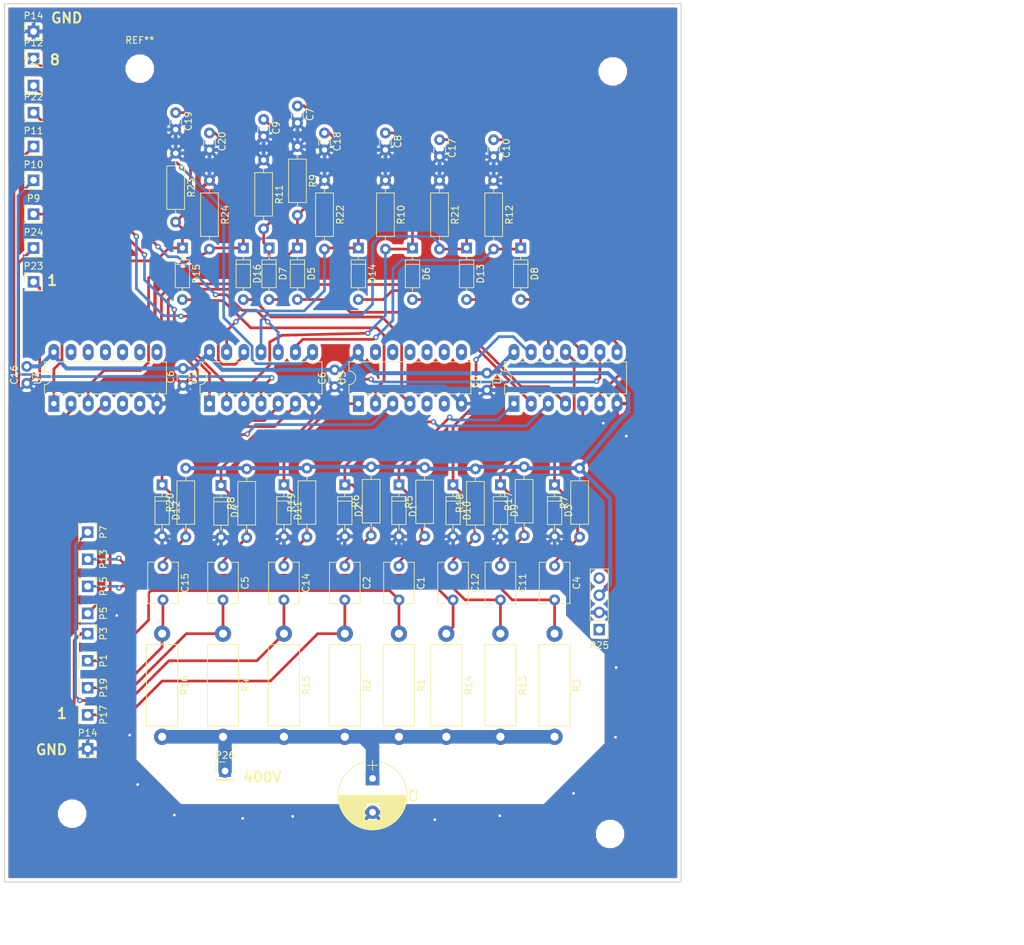
<source format=kicad_pcb>
(kicad_pcb (version 20170123) (host pcbnew "(2017-07-14 revision 22e95aa)-master")
  (layers (0 F.Cu signal) (31 B.Cu signal) (34 B.Paste user) (35 F.Paste user) (36 B.SilkS user) (37 F.SilkS user) (38 B.Mask user) (39 F.Mask user) (44 Edge.Cuts user))
  (net 0 "")
  (net 1 "Net-(C1-Pad1)")
  (net 2 "Net-(C1-Pad2)")
  (net 3 "Net-(C2-Pad2)")
  (net 4 "Net-(C2-Pad1)")
  (net 5 GND)
  (net 6 +5V)
  (net 7 "Net-(C4-Pad1)")
  (net 8 "Net-(C4-Pad2)")
  (net 9 "Net-(C5-Pad1)")
  (net 10 "Net-(C5-Pad2)")
  (net 11 "Net-(C7-Pad1)")
  (net 12 "Net-(C8-Pad1)")
  (net 13 "Net-(C9-Pad1)")
  (net 14 "Net-(C10-Pad1)")
  (net 15 "Net-(C11-Pad1)")
  (net 16 "Net-(C11-Pad2)")
  (net 17 "Net-(C12-Pad1)")
  (net 18 "Net-(C12-Pad2)")
  (net 19 "Net-(C14-Pad2)")
  (net 20 "Net-(C14-Pad1)")
  (net 21 "Net-(C15-Pad1)")
  (net 22 "Net-(C15-Pad2)")
  (net 23 "Net-(C17-Pad1)")
  (net 24 "Net-(C18-Pad1)")
  (net 25 "Net-(C19-Pad1)")
  (net 26 "Net-(C20-Pad1)")
  (net 27 "Net-(D5-Pad2)")
  (net 28 "Net-(D6-Pad2)")
  (net 29 "Net-(D7-Pad2)")
  (net 30 "Net-(D8-Pad2)")
  (net 31 "Net-(D13-Pad2)")
  (net 32 "Net-(D14-Pad2)")
  (net 33 "Net-(D15-Pad2)")
  (net 34 "Net-(D16-Pad2)")
  (net 35 "Net-(P9-Pad1)")
  (net 36 "Net-(P10-Pad1)")
  (net 37 "Net-(P11-Pad1)")
  (net 38 "Net-(P12-Pad1)")
  (net 39 "Net-(P21-Pad1)")
  (net 40 "Net-(P22-Pad1)")
  (net 41 "Net-(P23-Pad1)")
  (net 42 "Net-(P24-Pad1)")
  (net 43 "Net-(P25-Pad4)")
  (net 44 /400V)
  (net 45 "Net-(P25-Pad1)")
  (module Mounting_Holes:MountingHole_3.2mm_M3 (layer F.Cu) (at 120.7 41.5)
    (fp_text reference REF** (at 0 -4.2) (layer F.SilkS))
    (fp_text value MountingHole_3.2mm_M3)
    (pad 1 np_thru_hole circle (at 0 0) (size 3.2 3.2) (drill 3.2) (layers *.Cu *.Mask))
  )
  (module Mounting_Holes:MountingHole_3.2mm_M3 (layer F.Cu) (at 190.6 41.9)
    (fp_text reference REF** hide)
    (fp_text value MountingHole_3.2mm_M3)
    (pad 1 np_thru_hole circle (at 0 0) (size 3.2 3.2) (drill 3.2) (layers *.Cu *.Mask))
  )
  (module Mounting_Holes:MountingHole_3.2mm_M3 (layer F.Cu) (at 190.2 154.6)
    (fp_text reference REF**)
    (fp_text value MountingHole_3.2mm_M3)
    (pad 1 np_thru_hole circle (at 0 0) (size 3.2 3.2) (drill 3.2) (layers *.Cu *.Mask))
  )
  (module Pin_Headers:Pin_Header_Straight_1x01_Pitch2.54mm (layer F.Cu) (at 105 36)
    (fp_text reference P14 (at 0 -2.33) (layer F.SilkS))
    (fp_text value CONN_01X01)
    (pad 1 thru_hole rect (at 0 0) (size 1.7 1.7) (drill 1) (layers *.Cu *.Mask) (net 5 GND))
  )
  (module Capacitors_THT:C_Disc_D3.0mm_W1.6mm_P2.50mm (layer F.Cu) (at 172 89 90)
    (fp_text reference C6 (at 1.25 -1.86 90) (layer F.SilkS))
    (fp_text value 100N)
    (pad 2 thru_hole circle (at 2.5 0 90) (size 1.6 1.6) (drill 0.8) (layers *.Cu *.Mask) (net 6 +5V))
    (pad 1 thru_hole circle (at 0 0 90) (size 1.6 1.6) (drill 0.8) (layers *.Cu *.Mask) (net 5 GND))
  )
  (module Capacitors_THT:C_Disc_D3.0mm_W1.6mm_P2.50mm (layer F.Cu) (at 149.5 88.5 90)
    (fp_text reference C6 (at 1.25 -1.86 90) (layer F.SilkS))
    (fp_text value 100N)
    (pad 1 thru_hole circle (at 0 0 90) (size 1.6 1.6) (drill 0.8) (layers *.Cu *.Mask) (net 5 GND))
    (pad 2 thru_hole circle (at 2.5 0 90) (size 1.6 1.6) (drill 0.8) (layers *.Cu *.Mask) (net 6 +5V))
  )
  (module Diodes_THT:D_DO-35_SOD27_P7.62mm_Horizontal (layer F.Cu) (at 159 103 270)
    (fp_text reference D1 (at 3.81 -2.06 270) (layer F.SilkS))
    (fp_text value 5V3)
    (pad 1 thru_hole rect (at 0 0 270) (size 1.6 1.6) (drill 0.8) (layers *.Cu *.Mask) (net 1 "Net-(C1-Pad1)"))
    (pad 2 thru_hole oval (at 7.62 0 270) (size 1.6 1.6) (drill 0.8) (layers *.Cu *.Mask) (net 5 GND))
  )
  (module Diodes_THT:D_DO-35_SOD27_P7.62mm_Horizontal (layer F.Cu) (at 151 103 270)
    (fp_text reference D2 (at 3.81 -2.06 270) (layer F.SilkS))
    (fp_text value 5V3)
    (pad 1 thru_hole rect (at 0 0 270) (size 1.6 1.6) (drill 0.8) (layers *.Cu *.Mask) (net 4 "Net-(C2-Pad1)"))
    (pad 2 thru_hole oval (at 7.62 0 270) (size 1.6 1.6) (drill 0.8) (layers *.Cu *.Mask) (net 5 GND))
  )
  (module Diodes_THT:D_DO-35_SOD27_P7.62mm_Horizontal (layer F.Cu) (at 182 103 270)
    (fp_text reference D3 (at 3.81 -2.06 270) (layer F.SilkS))
    (fp_text value 5V3)
    (pad 1 thru_hole rect (at 0 0 270) (size 1.6 1.6) (drill 0.8) (layers *.Cu *.Mask) (net 7 "Net-(C4-Pad1)"))
    (pad 2 thru_hole oval (at 7.62 0 270) (size 1.6 1.6) (drill 0.8) (layers *.Cu *.Mask) (net 5 GND))
  )
  (module Diodes_THT:D_DO-35_SOD27_P7.62mm_Horizontal (layer F.Cu) (at 132.7 103.1 270)
    (fp_text reference D4 (at 3.81 -2.06 270) (layer F.SilkS))
    (fp_text value 5V3)
    (pad 1 thru_hole rect (at 0 0 270) (size 1.6 1.6) (drill 0.8) (layers *.Cu *.Mask) (net 9 "Net-(C5-Pad1)"))
    (pad 2 thru_hole oval (at 7.62 0 270) (size 1.6 1.6) (drill 0.8) (layers *.Cu *.Mask) (net 5 GND))
  )
  (module Diodes_THT:D_DO-35_SOD27_P7.62mm_Horizontal (layer F.Cu) (at 174 103 270)
    (fp_text reference D9 (at 3.81 -2.06 270) (layer F.SilkS))
    (fp_text value 5V3)
    (pad 1 thru_hole rect (at 0 0 270) (size 1.6 1.6) (drill 0.8) (layers *.Cu *.Mask) (net 15 "Net-(C11-Pad1)"))
    (pad 2 thru_hole oval (at 7.62 0 270) (size 1.6 1.6) (drill 0.8) (layers *.Cu *.Mask) (net 5 GND))
  )
  (module Diodes_THT:D_DO-35_SOD27_P7.62mm_Horizontal (layer F.Cu) (at 167 103 270)
    (fp_text reference D10 (at 3.81 -2.06 270) (layer F.SilkS))
    (fp_text value 5V3)
    (pad 1 thru_hole rect (at 0 0 270) (size 1.6 1.6) (drill 0.8) (layers *.Cu *.Mask) (net 17 "Net-(C12-Pad1)"))
    (pad 2 thru_hole oval (at 7.62 0 270) (size 1.6 1.6) (drill 0.8) (layers *.Cu *.Mask) (net 5 GND))
  )
  (module Diodes_THT:D_DO-35_SOD27_P7.62mm_Horizontal (layer F.Cu) (at 142 103 270)
    (fp_text reference D11 (at 3.81 -2.06 270) (layer F.SilkS))
    (fp_text value 5V3)
    (pad 1 thru_hole rect (at 0 0 270) (size 1.6 1.6) (drill 0.8) (layers *.Cu *.Mask) (net 20 "Net-(C14-Pad1)"))
    (pad 2 thru_hole oval (at 7.62 0 270) (size 1.6 1.6) (drill 0.8) (layers *.Cu *.Mask) (net 5 GND))
  )
  (module Diodes_THT:D_DO-35_SOD27_P7.62mm_Horizontal (layer F.Cu) (at 124 103 270)
    (fp_text reference D12 (at 3.81 -2.06 270) (layer F.SilkS))
    (fp_text value 5V3)
    (pad 1 thru_hole rect (at 0 0 270) (size 1.6 1.6) (drill 0.8) (layers *.Cu *.Mask) (net 21 "Net-(C15-Pad1)"))
    (pad 2 thru_hole oval (at 7.62 0 270) (size 1.6 1.6) (drill 0.8) (layers *.Cu *.Mask) (net 5 GND))
  )
  (module Diodes_THT:D_DO-35_SOD27_P7.62mm_Horizontal (layer F.Cu) (at 169 68 270)
    (fp_text reference D13 (at 3.81 -2.06 270) (layer F.SilkS))
    (fp_text value 1N914)
    (pad 1 thru_hole rect (at 0 0 270) (size 1.6 1.6) (drill 0.8) (layers *.Cu *.Mask) (net 23 "Net-(C17-Pad1)"))
    (pad 2 thru_hole oval (at 7.62 0 270) (size 1.6 1.6) (drill 0.8) (layers *.Cu *.Mask) (net 31 "Net-(D13-Pad2)"))
  )
  (module Diodes_THT:D_DO-35_SOD27_P7.62mm_Horizontal (layer F.Cu) (at 153 68 270)
    (fp_text reference D14 (at 3.81 -2.06 270) (layer F.SilkS))
    (fp_text value 1N914)
    (pad 1 thru_hole rect (at 0 0 270) (size 1.6 1.6) (drill 0.8) (layers *.Cu *.Mask) (net 24 "Net-(C18-Pad1)"))
    (pad 2 thru_hole oval (at 7.62 0 270) (size 1.6 1.6) (drill 0.8) (layers *.Cu *.Mask) (net 32 "Net-(D14-Pad2)"))
  )
  (module Diodes_THT:D_DO-35_SOD27_P7.62mm_Horizontal (layer F.Cu) (at 127 68 270)
    (fp_text reference D15 (at 3.81 -2.06 270) (layer F.SilkS))
    (fp_text value 1N914)
    (pad 1 thru_hole rect (at 0 0 270) (size 1.6 1.6) (drill 0.8) (layers *.Cu *.Mask) (net 25 "Net-(C19-Pad1)"))
    (pad 2 thru_hole oval (at 7.62 0 270) (size 1.6 1.6) (drill 0.8) (layers *.Cu *.Mask) (net 33 "Net-(D15-Pad2)"))
  )
  (module Diodes_THT:D_DO-35_SOD27_P7.62mm_Horizontal (layer F.Cu) (at 136 68 270)
    (fp_text reference D16 (at 3.81 -2.06 270) (layer F.SilkS))
    (fp_text value 1N914)
    (pad 1 thru_hole rect (at 0 0 270) (size 1.6 1.6) (drill 0.8) (layers *.Cu *.Mask) (net 26 "Net-(C20-Pad1)"))
    (pad 2 thru_hole oval (at 7.62 0 270) (size 1.6 1.6) (drill 0.8) (layers *.Cu *.Mask) (net 34 "Net-(D16-Pad2)"))
  )
  (module Resistors_ThroughHole:R_Axial_DIN0414_L11.9mm_D4.5mm_P15.24mm_Horizontal (layer F.Cu) (at 124 125 270)
    (fp_text reference R16 (at 7.62 -3.31 270) (layer F.SilkS))
    (fp_text value 10M)
    (pad 1 thru_hole circle (at 0 0 270) (size 2.4 2.4) (drill 1.2) (layers *.Cu *.Mask) (net 22 "Net-(C15-Pad2)"))
    (pad 2 thru_hole oval (at 15.24 0 270) (size 2.4 2.4) (drill 1.2) (layers *.Cu *.Mask) (net 44 /400V))
  )
  (module Capacitors_THT:CP_Radial_D10.0mm_P5.00mm (layer F.Cu) (at 155.1 146.4 270)
    (fp_text reference C3 (at 2.5 -6.06 270) (layer F.SilkS))
    (fp_text value 1uF)
    (pad 2 thru_hole circle (at 5 0 270) (size 2 2) (drill 1) (layers *.Cu *.Mask) (net 5 GND))
    (pad 1 thru_hole rect (at 0 0 270) (size 2 2) (drill 1) (layers *.Cu *.Mask) (net 44 /400V))
  )
  (module Capacitors_THT:C_Disc_D3.0mm_W1.6mm_P2.50mm (layer F.Cu) (at 127.1 88.3 90)
    (fp_text reference C6 (at 1.25 -1.86 90) (layer F.SilkS))
    (fp_text value 100N)
    (pad 2 thru_hole circle (at 2.5 0 90) (size 1.6 1.6) (drill 0.8) (layers *.Cu *.Mask) (net 6 +5V))
    (pad 1 thru_hole circle (at 0 0 90) (size 1.6 1.6) (drill 0.8) (layers *.Cu *.Mask) (net 5 GND))
  )
  (module Capacitors_THT:C_Disc_D3.0mm_W1.6mm_P2.50mm (layer F.Cu) (at 144 47 270)
    (fp_text reference C7 (at 1.25 -1.86 270) (layer F.SilkS))
    (fp_text value 4n7)
    (pad 2 thru_hole circle (at 2.5 0 270) (size 1.6 1.6) (drill 0.8) (layers *.Cu *.Mask) (net 5 GND))
    (pad 1 thru_hole circle (at 0 0 270) (size 1.6 1.6) (drill 0.8) (layers *.Cu *.Mask) (net 11 "Net-(C7-Pad1)"))
  )
  (module Capacitors_THT:C_Disc_D3.0mm_W1.6mm_P2.50mm (layer F.Cu) (at 157 51 270)
    (fp_text reference C8 (at 1.25 -1.86 270) (layer F.SilkS))
    (fp_text value 4n7)
    (pad 2 thru_hole circle (at 2.5 0 270) (size 1.6 1.6) (drill 0.8) (layers *.Cu *.Mask) (net 5 GND))
    (pad 1 thru_hole circle (at 0 0 270) (size 1.6 1.6) (drill 0.8) (layers *.Cu *.Mask) (net 12 "Net-(C8-Pad1)"))
  )
  (module Capacitors_THT:C_Disc_D3.0mm_W1.6mm_P2.50mm (layer F.Cu) (at 139 49 270)
    (fp_text reference C9 (at 1.25 -1.86 270) (layer F.SilkS))
    (fp_text value 4n7)
    (pad 2 thru_hole circle (at 2.5 0 270) (size 1.6 1.6) (drill 0.8) (layers *.Cu *.Mask) (net 5 GND))
    (pad 1 thru_hole circle (at 0 0 270) (size 1.6 1.6) (drill 0.8) (layers *.Cu *.Mask) (net 13 "Net-(C9-Pad1)"))
  )
  (module Capacitors_THT:C_Disc_D3.0mm_W1.6mm_P2.50mm (layer F.Cu) (at 173 52 270)
    (fp_text reference C10 (at 1.25 -1.86 270) (layer F.SilkS))
    (fp_text value 4n7)
    (pad 2 thru_hole circle (at 2.5 0 270) (size 1.6 1.6) (drill 0.8) (layers *.Cu *.Mask) (net 5 GND))
    (pad 1 thru_hole circle (at 0 0 270) (size 1.6 1.6) (drill 0.8) (layers *.Cu *.Mask) (net 14 "Net-(C10-Pad1)"))
  )
  (module Capacitors_THT:C_Disc_D3.0mm_W1.6mm_P2.50mm (layer F.Cu) (at 104 88 90)
    (fp_text reference C16 (at 1.25 -1.86 90) (layer F.SilkS))
    (fp_text value 100N)
    (pad 1 thru_hole circle (at 0 0 90) (size 1.6 1.6) (drill 0.8) (layers *.Cu *.Mask) (net 5 GND))
    (pad 2 thru_hole circle (at 2.5 0 90) (size 1.6 1.6) (drill 0.8) (layers *.Cu *.Mask) (net 6 +5V))
  )
  (module Capacitors_THT:C_Disc_D3.0mm_W1.6mm_P2.50mm (layer F.Cu) (at 165 52 270)
    (fp_text reference C17 (at 1.25 -1.86 270) (layer F.SilkS))
    (fp_text value 4n7)
    (pad 2 thru_hole circle (at 2.5 0 270) (size 1.6 1.6) (drill 0.8) (layers *.Cu *.Mask) (net 5 GND))
    (pad 1 thru_hole circle (at 0 0 270) (size 1.6 1.6) (drill 0.8) (layers *.Cu *.Mask) (net 23 "Net-(C17-Pad1)"))
  )
  (module Capacitors_THT:C_Disc_D3.0mm_W1.6mm_P2.50mm (layer F.Cu) (at 148 51 270)
    (fp_text reference C18 (at 1.25 -1.86 270) (layer F.SilkS))
    (fp_text value 4n7)
    (pad 2 thru_hole circle (at 2.5 0 270) (size 1.6 1.6) (drill 0.8) (layers *.Cu *.Mask) (net 5 GND))
    (pad 1 thru_hole circle (at 0 0 270) (size 1.6 1.6) (drill 0.8) (layers *.Cu *.Mask) (net 24 "Net-(C18-Pad1)"))
  )
  (module Capacitors_THT:C_Disc_D3.0mm_W1.6mm_P2.50mm (layer F.Cu) (at 126 48 270)
    (fp_text reference C19 (at 1.25 -1.86 270) (layer F.SilkS))
    (fp_text value 4n7)
    (pad 1 thru_hole circle (at 0 0 270) (size 1.6 1.6) (drill 0.8) (layers *.Cu *.Mask) (net 25 "Net-(C19-Pad1)"))
    (pad 2 thru_hole circle (at 2.5 0 270) (size 1.6 1.6) (drill 0.8) (layers *.Cu *.Mask) (net 5 GND))
  )
  (module Capacitors_THT:C_Disc_D3.0mm_W1.6mm_P2.50mm (layer F.Cu) (at 131 51 270)
    (fp_text reference C20 (at 1.25 -1.86 270) (layer F.SilkS))
    (fp_text value 4n7)
    (pad 2 thru_hole circle (at 2.5 0 270) (size 1.6 1.6) (drill 0.8) (layers *.Cu *.Mask) (net 5 GND))
    (pad 1 thru_hole circle (at 0 0 270) (size 1.6 1.6) (drill 0.8) (layers *.Cu *.Mask) (net 26 "Net-(C20-Pad1)"))
  )
  (module Pin_Headers:Pin_Header_Straight_1x01_Pitch2.54mm (layer F.Cu) (at 113 129 270)
    (fp_text reference P1 (at 0 -2.33 270) (layer F.SilkS))
    (fp_text value CONN_01X01)
    (pad 1 thru_hole rect (at 0 0 270) (size 1.7 1.7) (drill 1) (layers *.Cu *.Mask) (net 2 "Net-(C1-Pad2)"))
  )
  (module Pin_Headers:Pin_Header_Straight_1x01_Pitch2.54mm (layer F.Cu) (at 113 125 270)
    (fp_text reference P3 (at 0 -2.33 270) (layer F.SilkS))
    (fp_text value CONN_01X01)
    (pad 1 thru_hole rect (at 0 0 270) (size 1.7 1.7) (drill 1) (layers *.Cu *.Mask) (net 3 "Net-(C2-Pad2)"))
  )
  (module Pin_Headers:Pin_Header_Straight_1x01_Pitch2.54mm (layer F.Cu) (at 113 122 270)
    (fp_text reference P5 (at 0 -2.33 270) (layer F.SilkS))
    (fp_text value CONN_01X01)
    (pad 1 thru_hole rect (at 0 0 270) (size 1.7 1.7) (drill 1) (layers *.Cu *.Mask) (net 8 "Net-(C4-Pad2)"))
  )
  (module Pin_Headers:Pin_Header_Straight_1x01_Pitch2.54mm (layer F.Cu) (at 113 110 270)
    (fp_text reference P7 (at 0 -2.33 270) (layer F.SilkS))
    (fp_text value CONN_01X01)
    (pad 1 thru_hole rect (at 0 0 270) (size 1.7 1.7) (drill 1) (layers *.Cu *.Mask) (net 10 "Net-(C5-Pad2)"))
  )
  (module Pin_Headers:Pin_Header_Straight_1x01_Pitch2.54mm (layer F.Cu) (at 105 63)
    (fp_text reference P9 (at 0 -2.33) (layer F.SilkS))
    (fp_text value CONN_01X01)
    (pad 1 thru_hole rect (at 0 0) (size 1.7 1.7) (drill 1) (layers *.Cu *.Mask) (net 35 "Net-(P9-Pad1)"))
  )
  (module Pin_Headers:Pin_Header_Straight_1x01_Pitch2.54mm (layer F.Cu) (at 105 58)
    (fp_text reference P10 (at 0 -2.33) (layer F.SilkS))
    (fp_text value CONN_01X01)
    (pad 1 thru_hole rect (at 0 0) (size 1.7 1.7) (drill 1) (layers *.Cu *.Mask) (net 36 "Net-(P10-Pad1)"))
  )
  (module Pin_Headers:Pin_Header_Straight_1x01_Pitch2.54mm (layer F.Cu) (at 105 53)
    (fp_text reference P11 (at 0 -2.33) (layer F.SilkS))
    (fp_text value CONN_01X01)
    (pad 1 thru_hole rect (at 0 0) (size 1.7 1.7) (drill 1) (layers *.Cu *.Mask) (net 37 "Net-(P11-Pad1)"))
  )
  (module Pin_Headers:Pin_Header_Straight_1x01_Pitch2.54mm (layer F.Cu) (at 105 40)
    (fp_text reference P12 (at 0 -2.33) (layer F.SilkS))
    (fp_text value CONN_01X01)
    (pad 1 thru_hole rect (at 0 0) (size 1.7 1.7) (drill 1) (layers *.Cu *.Mask) (net 38 "Net-(P12-Pad1)"))
  )
  (module Pin_Headers:Pin_Header_Straight_1x01_Pitch2.54mm (layer F.Cu) (at 113 114 270)
    (fp_text reference P13 (at 0 -2.33 270) (layer F.SilkS))
    (fp_text value CONN_01X01)
    (pad 1 thru_hole rect (at 0 0 270) (size 1.7 1.7) (drill 1) (layers *.Cu *.Mask) (net 16 "Net-(C11-Pad2)"))
  )
  (module Pin_Headers:Pin_Header_Straight_1x01_Pitch2.54mm (layer F.Cu) (at 113 142)
    (fp_text reference P14 (at 0 -2.33) (layer F.SilkS))
    (fp_text value CONN_01X01)
    (pad 1 thru_hole rect (at 0 0) (size 1.7 1.7) (drill 1) (layers *.Cu *.Mask) (net 5 GND))
  )
  (module Pin_Headers:Pin_Header_Straight_1x01_Pitch2.54mm (layer F.Cu) (at 113 118 270)
    (fp_text reference P15 (at 0 -2.33 270) (layer F.SilkS))
    (fp_text value CONN_01X01)
    (pad 1 thru_hole rect (at 0 0 270) (size 1.7 1.7) (drill 1) (layers *.Cu *.Mask) (net 18 "Net-(C12-Pad2)"))
  )
  (module Pin_Headers:Pin_Header_Straight_1x01_Pitch2.54mm (layer F.Cu) (at 113 137 270)
    (fp_text reference P17 (at 0 -2.33 270) (layer F.SilkS))
    (fp_text value CONN_01X01)
    (pad 1 thru_hole rect (at 0 0 270) (size 1.7 1.7) (drill 1) (layers *.Cu *.Mask) (net 19 "Net-(C14-Pad2)"))
  )
  (module Pin_Headers:Pin_Header_Straight_1x01_Pitch2.54mm (layer F.Cu) (at 113 133 270)
    (fp_text reference P19 (at 0 -2.33 270) (layer F.SilkS))
    (fp_text value CONN_01X01)
    (pad 1 thru_hole rect (at 0 0 270) (size 1.7 1.7) (drill 1) (layers *.Cu *.Mask) (net 22 "Net-(C15-Pad2)"))
  )
  (module Pin_Headers:Pin_Header_Straight_1x01_Pitch2.54mm (layer F.Cu) (at 105 44)
    (fp_text reference P21 (at -0.043333 -3.6785) (layer F.SilkS))
    (fp_text value CONN_01X01)
    (pad 1 thru_hole rect (at 0 0) (size 1.7 1.7) (drill 1) (layers *.Cu *.Mask) (net 39 "Net-(P21-Pad1)"))
  )
  (module Pin_Headers:Pin_Header_Straight_1x01_Pitch2.54mm (layer F.Cu) (at 105 48)
    (fp_text reference P22 (at 0 -2.33) (layer F.SilkS))
    (fp_text value CONN_01X01)
    (pad 1 thru_hole rect (at 0 0) (size 1.7 1.7) (drill 1) (layers *.Cu *.Mask) (net 40 "Net-(P22-Pad1)"))
  )
  (module Pin_Headers:Pin_Header_Straight_1x01_Pitch2.54mm (layer F.Cu) (at 105 73)
    (fp_text reference P23 (at 0 -2.33) (layer F.SilkS))
    (fp_text value CONN_01X01)
    (pad 1 thru_hole rect (at 0 0) (size 1.7 1.7) (drill 1) (layers *.Cu *.Mask) (net 41 "Net-(P23-Pad1)"))
  )
  (module Pin_Headers:Pin_Header_Straight_1x01_Pitch2.54mm (layer F.Cu) (at 105 68)
    (fp_text reference P24 (at 0 -2.33) (layer F.SilkS))
    (fp_text value CONN_01X01)
    (pad 1 thru_hole rect (at 0 0) (size 1.7 1.7) (drill 1) (layers *.Cu *.Mask) (net 42 "Net-(P24-Pad1)"))
  )
  (module Pin_Headers:Pin_Header_Straight_1x04_Pitch2.54mm (layer F.Cu) (at 188.6 124.4 180)
    (fp_text reference P25 (at 0 -2.33 180) (layer F.SilkS))
    (fp_text value CONN_01X04)
    (pad 1 thru_hole rect (at 0 0 180) (size 1.7 1.7) (drill 1) (layers *.Cu *.Mask) (net 45 "Net-(P25-Pad1)"))
    (pad 2 thru_hole oval (at 0 2.54 180) (size 1.7 1.7) (drill 1) (layers *.Cu *.Mask) (net 5 GND))
    (pad 3 thru_hole oval (at 0 5.08 180) (size 1.7 1.7) (drill 1) (layers *.Cu *.Mask) (net 6 +5V))
    (pad 4 thru_hole oval (at 0 7.62 180) (size 1.7 1.7) (drill 1) (layers *.Cu *.Mask) (net 43 "Net-(P25-Pad4)"))
  )
  (module Resistors_ThroughHole:R_Axial_DIN0414_L11.9mm_D4.5mm_P15.24mm_Horizontal (layer F.Cu) (at 159 125 270)
    (fp_text reference R1 (at 7.62 -3.31 270) (layer F.SilkS))
    (fp_text value 10M)
    (pad 2 thru_hole oval (at 15.24 0 270) (size 2.4 2.4) (drill 1.2) (layers *.Cu *.Mask) (net 44 /400V))
    (pad 1 thru_hole circle (at 0 0 270) (size 2.4 2.4) (drill 1.2) (layers *.Cu *.Mask) (net 2 "Net-(C1-Pad2)"))
  )
  (module Resistors_ThroughHole:R_Axial_DIN0414_L11.9mm_D4.5mm_P15.24mm_Horizontal (layer F.Cu) (at 151 125 270)
    (fp_text reference R2 (at 7.62 -3.31 270) (layer F.SilkS))
    (fp_text value 10M)
    (pad 2 thru_hole oval (at 15.24 0 270) (size 2.4 2.4) (drill 1.2) (layers *.Cu *.Mask) (net 44 /400V))
    (pad 1 thru_hole circle (at 0 0 270) (size 2.4 2.4) (drill 1.2) (layers *.Cu *.Mask) (net 3 "Net-(C2-Pad2)"))
  )
  (module Resistors_ThroughHole:R_Axial_DIN0414_L11.9mm_D4.5mm_P15.24mm_Horizontal (layer F.Cu) (at 182 125 270)
    (fp_text reference R3 (at 7.62 -3.31 270) (layer F.SilkS))
    (fp_text value 10M)
    (pad 2 thru_hole oval (at 15.24 0 270) (size 2.4 2.4) (drill 1.2) (layers *.Cu *.Mask) (net 44 /400V))
    (pad 1 thru_hole circle (at 0 0 270) (size 2.4 2.4) (drill 1.2) (layers *.Cu *.Mask) (net 8 "Net-(C4-Pad2)"))
  )
  (module Resistors_ThroughHole:R_Axial_DIN0414_L11.9mm_D4.5mm_P15.24mm_Horizontal (layer F.Cu) (at 133 125 270)
    (fp_text reference R4 (at 7.62 -3.31 270) (layer F.SilkS))
    (fp_text value 10M)
    (pad 2 thru_hole oval (at 15.24 0 270) (size 2.4 2.4) (drill 1.2) (layers *.Cu *.Mask) (net 44 /400V))
    (pad 1 thru_hole circle (at 0 0 270) (size 2.4 2.4) (drill 1.2) (layers *.Cu *.Mask) (net 10 "Net-(C5-Pad2)"))
  )
  (module Resistors_THT:R_Axial_DIN0207_L6.3mm_D2.5mm_P10.16mm_Horizontal (layer F.Cu) (at 162.8 110.6 90)
    (fp_text reference R5 (at 5.08 -2.31 90) (layer F.SilkS))
    (fp_text value 100K)
    (pad 2 thru_hole oval (at 10.16 0 90) (size 1.6 1.6) (drill 0.8) (layers *.Cu *.Mask) (net 6 +5V))
    (pad 1 thru_hole circle (at 0 0 90) (size 1.6 1.6) (drill 0.8) (layers *.Cu *.Mask) (net 1 "Net-(C1-Pad1)"))
  )
  (module Resistors_THT:R_Axial_DIN0207_L6.3mm_D2.5mm_P10.16mm_Horizontal (layer F.Cu) (at 154.9 110.5 90)
    (fp_text reference R6 (at 5.08 -2.31 90) (layer F.SilkS))
    (fp_text value 100K)
    (pad 1 thru_hole circle (at 0 0 90) (size 1.6 1.6) (drill 0.8) (layers *.Cu *.Mask) (net 4 "Net-(C2-Pad1)"))
    (pad 2 thru_hole oval (at 10.16 0 90) (size 1.6 1.6) (drill 0.8) (layers *.Cu *.Mask) (net 6 +5V))
  )
  (module Resistors_THT:R_Axial_DIN0207_L6.3mm_D2.5mm_P10.16mm_Horizontal (layer F.Cu) (at 185.7 110.7 90)
    (fp_text reference R7 (at 5.08 -2.31 90) (layer F.SilkS))
    (fp_text value 100K)
    (pad 2 thru_hole oval (at 10.16 0 90) (size 1.6 1.6) (drill 0.8) (layers *.Cu *.Mask) (net 6 +5V))
    (pad 1 thru_hole circle (at 0 0 90) (size 1.6 1.6) (drill 0.8) (layers *.Cu *.Mask) (net 7 "Net-(C4-Pad1)"))
  )
  (module Resistors_THT:R_Axial_DIN0207_L6.3mm_D2.5mm_P10.16mm_Horizontal (layer F.Cu) (at 136.5 110.8 90)
    (fp_text reference R8 (at 5.08 -2.31 90) (layer F.SilkS))
    (fp_text value 100K)
    (pad 2 thru_hole oval (at 10.16 0 90) (size 1.6 1.6) (drill 0.8) (layers *.Cu *.Mask) (net 6 +5V))
    (pad 1 thru_hole circle (at 0 0 90) (size 1.6 1.6) (drill 0.8) (layers *.Cu *.Mask) (net 9 "Net-(C5-Pad1)"))
  )
  (module Resistors_THT:R_Axial_DIN0207_L6.3mm_D2.5mm_P10.16mm_Horizontal (layer F.Cu) (at 144 53 270)
    (fp_text reference R9 (at 5.08 -2.31 270) (layer F.SilkS))
    (fp_text value 220K)
    (pad 2 thru_hole oval (at 10.16 0 270) (size 1.6 1.6) (drill 0.8) (layers *.Cu *.Mask) (net 11 "Net-(C7-Pad1)"))
    (pad 1 thru_hole circle (at 0 0 270) (size 1.6 1.6) (drill 0.8) (layers *.Cu *.Mask) (net 5 GND))
  )
  (module Resistors_THT:R_Axial_DIN0207_L6.3mm_D2.5mm_P10.16mm_Horizontal (layer F.Cu) (at 157 58 270)
    (fp_text reference R10 (at 5.08 -2.31 270) (layer F.SilkS))
    (fp_text value 220K)
    (pad 2 thru_hole oval (at 10.16 0 270) (size 1.6 1.6) (drill 0.8) (layers *.Cu *.Mask) (net 12 "Net-(C8-Pad1)"))
    (pad 1 thru_hole circle (at 0 0 270) (size 1.6 1.6) (drill 0.8) (layers *.Cu *.Mask) (net 5 GND))
  )
  (module Resistors_THT:R_Axial_DIN0207_L6.3mm_D2.5mm_P10.16mm_Horizontal (layer F.Cu) (at 139 55 270)
    (fp_text reference R11 (at 5.08 -2.31 270) (layer F.SilkS))
    (fp_text value 220K)
    (pad 2 thru_hole oval (at 10.16 0 270) (size 1.6 1.6) (drill 0.8) (layers *.Cu *.Mask) (net 13 "Net-(C9-Pad1)"))
    (pad 1 thru_hole circle (at 0 0 270) (size 1.6 1.6) (drill 0.8) (layers *.Cu *.Mask) (net 5 GND))
  )
  (module Resistors_THT:R_Axial_DIN0207_L6.3mm_D2.5mm_P10.16mm_Horizontal (layer F.Cu) (at 173 58 270)
    (fp_text reference R12 (at 5.08 -2.31 270) (layer F.SilkS))
    (fp_text value 220K)
    (pad 1 thru_hole circle (at 0 0 270) (size 1.6 1.6) (drill 0.8) (layers *.Cu *.Mask) (net 5 GND))
    (pad 2 thru_hole oval (at 10.16 0 270) (size 1.6 1.6) (drill 0.8) (layers *.Cu *.Mask) (net 14 "Net-(C10-Pad1)"))
  )
  (module Resistors_ThroughHole:R_Axial_DIN0414_L11.9mm_D4.5mm_P15.24mm_Horizontal (layer F.Cu) (at 174 125 270)
    (fp_text reference R13 (at 7.62 -3.31 270) (layer F.SilkS))
    (fp_text value 10M)
    (pad 1 thru_hole circle (at 0 0 270) (size 2.4 2.4) (drill 1.2) (layers *.Cu *.Mask) (net 16 "Net-(C11-Pad2)"))
    (pad 2 thru_hole oval (at 15.24 0 270) (size 2.4 2.4) (drill 1.2) (layers *.Cu *.Mask) (net 44 /400V))
  )
  (module Resistors_ThroughHole:R_Axial_DIN0414_L11.9mm_D4.5mm_P15.24mm_Horizontal (layer F.Cu) (at 166 125 270)
    (fp_text reference R14 (at 7.62 -3.31 270) (layer F.SilkS))
    (fp_text value 10M)
    (pad 1 thru_hole circle (at 0 0 270) (size 2.4 2.4) (drill 1.2) (layers *.Cu *.Mask) (net 18 "Net-(C12-Pad2)"))
    (pad 2 thru_hole oval (at 15.24 0 270) (size 2.4 2.4) (drill 1.2) (layers *.Cu *.Mask) (net 44 /400V))
  )
  (module Resistors_ThroughHole:R_Axial_DIN0414_L11.9mm_D4.5mm_P15.24mm_Horizontal (layer F.Cu) (at 142 125 270)
    (fp_text reference R15 (at 7.62 -3.31 270) (layer F.SilkS))
    (fp_text value 10M)
    (pad 1 thru_hole circle (at 0 0 270) (size 2.4 2.4) (drill 1.2) (layers *.Cu *.Mask) (net 19 "Net-(C14-Pad2)"))
    (pad 2 thru_hole oval (at 15.24 0 270) (size 2.4 2.4) (drill 1.2) (layers *.Cu *.Mask) (net 44 /400V))
  )
  (module Resistors_THT:R_Axial_DIN0207_L6.3mm_D2.5mm_P10.16mm_Horizontal (layer F.Cu) (at 177.5 110.5 90)
    (fp_text reference R17 (at 5.08 -2.31 90) (layer F.SilkS))
    (fp_text value 100K)
    (pad 2 thru_hole oval (at 10.16 0 90) (size 1.6 1.6) (drill 0.8) (layers *.Cu *.Mask) (net 6 +5V))
    (pad 1 thru_hole circle (at 0 0 90) (size 1.6 1.6) (drill 0.8) (layers *.Cu *.Mask) (net 15 "Net-(C11-Pad1)"))
  )
  (module Resistors_THT:R_Axial_DIN0207_L6.3mm_D2.5mm_P10.16mm_Horizontal (layer F.Cu) (at 170.3 110.8 90)
    (fp_text reference R18 (at 5.08 -2.31 90) (layer F.SilkS))
    (fp_text value 100K)
    (pad 2 thru_hole oval (at 10.16 0 90) (size 1.6 1.6) (drill 0.8) (layers *.Cu *.Mask) (net 6 +5V))
    (pad 1 thru_hole circle (at 0 0 90) (size 1.6 1.6) (drill 0.8) (layers *.Cu *.Mask) (net 17 "Net-(C12-Pad1)"))
  )
  (module Resistors_THT:R_Axial_DIN0207_L6.3mm_D2.5mm_P10.16mm_Horizontal (layer F.Cu) (at 145.4 110.7 90)
    (fp_text reference R19 (at 5.08 -2.31 90) (layer F.SilkS))
    (fp_text value 100K)
    (pad 1 thru_hole circle (at 0 0 90) (size 1.6 1.6) (drill 0.8) (layers *.Cu *.Mask) (net 20 "Net-(C14-Pad1)"))
    (pad 2 thru_hole oval (at 10.16 0 90) (size 1.6 1.6) (drill 0.8) (layers *.Cu *.Mask) (net 6 +5V))
  )
  (module Resistors_THT:R_Axial_DIN0207_L6.3mm_D2.5mm_P10.16mm_Horizontal (layer F.Cu) (at 127.5 110.7 90)
    (fp_text reference R20 (at 5.08 -2.31 90) (layer F.SilkS))
    (fp_text value 100K)
    (pad 1 thru_hole circle (at 0 0 90) (size 1.6 1.6) (drill 0.8) (layers *.Cu *.Mask) (net 21 "Net-(C15-Pad1)"))
    (pad 2 thru_hole oval (at 10.16 0 90) (size 1.6 1.6) (drill 0.8) (layers *.Cu *.Mask) (net 6 +5V))
  )
  (module Resistors_THT:R_Axial_DIN0207_L6.3mm_D2.5mm_P10.16mm_Horizontal (layer F.Cu) (at 165 58 270)
    (fp_text reference R21 (at 5.08 -2.31 270) (layer F.SilkS))
    (fp_text value 220K)
    (pad 1 thru_hole circle (at 0 0 270) (size 1.6 1.6) (drill 0.8) (layers *.Cu *.Mask) (net 5 GND))
    (pad 2 thru_hole oval (at 10.16 0 270) (size 1.6 1.6) (drill 0.8) (layers *.Cu *.Mask) (net 23 "Net-(C17-Pad1)"))
  )
  (module Resistors_THT:R_Axial_DIN0207_L6.3mm_D2.5mm_P10.16mm_Horizontal (layer F.Cu) (at 148 58 270)
    (fp_text reference R22 (at 5.08 -2.31 270) (layer F.SilkS))
    (fp_text value 220K)
    (pad 1 thru_hole circle (at 0 0 270) (size 1.6 1.6) (drill 0.8) (layers *.Cu *.Mask) (net 5 GND))
    (pad 2 thru_hole oval (at 10.16 0 270) (size 1.6 1.6) (drill 0.8) (layers *.Cu *.Mask) (net 24 "Net-(C18-Pad1)"))
  )
  (module Resistors_THT:R_Axial_DIN0207_L6.3mm_D2.5mm_P10.16mm_Horizontal (layer F.Cu) (at 126 54 270)
    (fp_text reference R23 (at 5.08 -2.31 270) (layer F.SilkS))
    (fp_text value 220K)
    (pad 1 thru_hole circle (at 0 0 270) (size 1.6 1.6) (drill 0.8) (layers *.Cu *.Mask) (net 5 GND))
    (pad 2 thru_hole oval (at 10.16 0 270) (size 1.6 1.6) (drill 0.8) (layers *.Cu *.Mask) (net 25 "Net-(C19-Pad1)"))
  )
  (module Resistors_THT:R_Axial_DIN0207_L6.3mm_D2.5mm_P10.16mm_Horizontal (layer F.Cu) (at 131 58 270)
    (fp_text reference R24 (at 5.08 -2.31 270) (layer F.SilkS))
    (fp_text value 220K)
    (pad 1 thru_hole circle (at 0 0 270) (size 1.6 1.6) (drill 0.8) (layers *.Cu *.Mask) (net 5 GND))
    (pad 2 thru_hole oval (at 10.16 0 270) (size 1.6 1.6) (drill 0.8) (layers *.Cu *.Mask) (net 26 "Net-(C20-Pad1)"))
  )
  (module Housings_DIP:DIP-14_W7.62mm_LongPads (layer F.Cu) (at 176 91 90)
    (fp_text reference U1 (at 3.81 -2.39 90) (layer F.SilkS))
    (fp_text value 74HC14)
    (pad 14 thru_hole oval (at 7.62 0 90) (size 2.4 1.6) (drill 0.8) (layers *.Cu *.Mask) (net 6 +5V))
    (pad 7 thru_hole oval (at 0 15.24 90) (size 2.4 1.6) (drill 0.8) (layers *.Cu *.Mask) (net 5 GND))
    (pad 13 thru_hole oval (at 7.62 2.54 90) (size 2.4 1.6) (drill 0.8) (layers *.Cu *.Mask) (net 17 "Net-(C12-Pad1)"))
    (pad 6 thru_hole oval (at 0 12.7 90) (size 2.4 1.6) (drill 0.8) (layers *.Cu *.Mask) (net 29 "Net-(D7-Pad2)"))
    (pad 12 thru_hole oval (at 7.62 5.08 90) (size 2.4 1.6) (drill 0.8) (layers *.Cu *.Mask) (net 32 "Net-(D14-Pad2)"))
    (pad 5 thru_hole oval (at 0 10.16 90) (size 2.4 1.6) (drill 0.8) (layers *.Cu *.Mask) (net 7 "Net-(C4-Pad1)"))
    (pad 11 thru_hole oval (at 7.62 7.62 90) (size 2.4 1.6) (drill 0.8) (layers *.Cu *.Mask) (net 15 "Net-(C11-Pad1)"))
    (pad 4 thru_hole oval (at 0 7.62 90) (size 2.4 1.6) (drill 0.8) (layers *.Cu *.Mask) (net 28 "Net-(D6-Pad2)"))
    (pad 10 thru_hole oval (at 7.62 10.16 90) (size 2.4 1.6) (drill 0.8) (layers *.Cu *.Mask) (net 31 "Net-(D13-Pad2)"))
    (pad 3 thru_hole oval (at 0 5.08 90) (size 2.4 1.6) (drill 0.8) (layers *.Cu *.Mask) (net 4 "Net-(C2-Pad1)"))
    (pad 9 thru_hole oval (at 7.62 12.7 90) (size 2.4 1.6) (drill 0.8) (layers *.Cu *.Mask) (net 9 "Net-(C5-Pad1)"))
    (pad 2 thru_hole oval (at 0 2.54 90) (size 2.4 1.6) (drill 0.8) (layers *.Cu *.Mask) (net 27 "Net-(D5-Pad2)"))
    (pad 8 thru_hole oval (at 7.62 15.24 90) (size 2.4 1.6) (drill 0.8) (layers *.Cu *.Mask) (net 30 "Net-(D8-Pad2)"))
    (pad 1 thru_hole rect (at 0 0 90) (size 2.4 1.6) (drill 0.8) (layers *.Cu *.Mask) (net 1 "Net-(C1-Pad1)"))
  )
  (module Housings_DIP:DIP-14_W7.62mm_LongPads (layer F.Cu) (at 131 91 90)
    (fp_text reference U2 (at 3.81 -2.39 90) (layer F.SilkS))
    (fp_text value 74LS14)
    (pad 1 thru_hole rect (at 0 0 90) (size 2.4 1.6) (drill 0.8) (layers *.Cu *.Mask) (net 11 "Net-(C7-Pad1)"))
    (pad 8 thru_hole oval (at 7.62 15.24 90) (size 2.4 1.6) (drill 0.8) (layers *.Cu *.Mask) (net 38 "Net-(P12-Pad1)"))
    (pad 2 thru_hole oval (at 0 2.54 90) (size 2.4 1.6) (drill 0.8) (layers *.Cu *.Mask) (net 35 "Net-(P9-Pad1)"))
    (pad 9 thru_hole oval (at 7.62 12.7 90) (size 2.4 1.6) (drill 0.8) (layers *.Cu *.Mask) (net 14 "Net-(C10-Pad1)"))
    (pad 3 thru_hole oval (at 0 5.08 90) (size 2.4 1.6) (drill 0.8) (layers *.Cu *.Mask) (net 12 "Net-(C8-Pad1)"))
    (pad 10 thru_hole oval (at 7.62 10.16 90) (size 2.4 1.6) (drill 0.8) (layers *.Cu *.Mask) (net 39 "Net-(P21-Pad1)"))
    (pad 4 thru_hole oval (at 0 7.62 90) (size 2.4 1.6) (drill 0.8) (layers *.Cu *.Mask) (net 36 "Net-(P10-Pad1)"))
    (pad 11 thru_hole oval (at 7.62 7.62 90) (size 2.4 1.6) (drill 0.8) (layers *.Cu *.Mask) (net 23 "Net-(C17-Pad1)"))
    (pad 5 thru_hole oval (at 0 10.16 90) (size 2.4 1.6) (drill 0.8) (layers *.Cu *.Mask) (net 13 "Net-(C9-Pad1)"))
    (pad 12 thru_hole oval (at 7.62 5.08 90) (size 2.4 1.6) (drill 0.8) (layers *.Cu *.Mask) (net 40 "Net-(P22-Pad1)"))
    (pad 6 thru_hole oval (at 0 12.7 90) (size 2.4 1.6) (drill 0.8) (layers *.Cu *.Mask) (net 37 "Net-(P11-Pad1)"))
    (pad 13 thru_hole oval (at 7.62 2.54 90) (size 2.4 1.6) (drill 0.8) (layers *.Cu *.Mask) (net 24 "Net-(C18-Pad1)"))
    (pad 7 thru_hole oval (at 0 15.24 90) (size 2.4 1.6) (drill 0.8) (layers *.Cu *.Mask) (net 5 GND))
    (pad 14 thru_hole oval (at 7.62 0 90) (size 2.4 1.6) (drill 0.8) (layers *.Cu *.Mask) (net 6 +5V))
  )
  (module Housings_DIP:DIP-14_W7.62mm_LongPads (layer F.Cu) (at 153 91 90)
    (fp_text reference U3 (at 3.81 -2.39 90) (layer F.SilkS))
    (fp_text value 74HC14)
    (pad 14 thru_hole oval (at 7.62 0 90) (size 2.4 1.6) (drill 0.8) (layers *.Cu *.Mask) (net 6 +5V))
    (pad 7 thru_hole oval (at 0 15.24 90) (size 2.4 1.6) (drill 0.8) (layers *.Cu *.Mask) (net 5 GND))
    (pad 13 thru_hole oval (at 7.62 2.54 90) (size 2.4 1.6) (drill 0.8) (layers *.Cu *.Mask))
    (pad 6 thru_hole oval (at 0 12.7 90) (size 2.4 1.6) (drill 0.8) (layers *.Cu *.Mask))
    (pad 12 thru_hole oval (at 7.62 5.08 90) (size 2.4 1.6) (drill 0.8) (layers *.Cu *.Mask))
    (pad 5 thru_hole oval (at 0 10.16 90) (size 2.4 1.6) (drill 0.8) (layers *.Cu *.Mask))
    (pad 11 thru_hole oval (at 7.62 7.62 90) (size 2.4 1.6) (drill 0.8) (layers *.Cu *.Mask))
    (pad 4 thru_hole oval (at 0 7.62 90) (size 2.4 1.6) (drill 0.8) (layers *.Cu *.Mask) (net 34 "Net-(D16-Pad2)"))
    (pad 10 thru_hole oval (at 7.62 10.16 90) (size 2.4 1.6) (drill 0.8) (layers *.Cu *.Mask))
    (pad 3 thru_hole oval (at 0 5.08 90) (size 2.4 1.6) (drill 0.8) (layers *.Cu *.Mask) (net 21 "Net-(C15-Pad1)"))
    (pad 9 thru_hole oval (at 7.62 12.7 90) (size 2.4 1.6) (drill 0.8) (layers *.Cu *.Mask))
    (pad 2 thru_hole oval (at 0 2.54 90) (size 2.4 1.6) (drill 0.8) (layers *.Cu *.Mask) (net 33 "Net-(D15-Pad2)"))
    (pad 8 thru_hole oval (at 7.62 15.24 90) (size 2.4 1.6) (drill 0.8) (layers *.Cu *.Mask))
    (pad 1 thru_hole rect (at 0 0 90) (size 2.4 1.6) (drill 0.8) (layers *.Cu *.Mask) (net 20 "Net-(C14-Pad1)"))
  )
  (module Housings_DIP:DIP-14_W7.62mm_LongPads (layer F.Cu) (at 108 91 90)
    (fp_text reference U4 (at 3.81 -2.39 90) (layer F.SilkS))
    (fp_text value 74LS14)
    (pad 1 thru_hole rect (at 0 0 90) (size 2.4 1.6) (drill 0.8) (layers *.Cu *.Mask) (net 25 "Net-(C19-Pad1)"))
    (pad 8 thru_hole oval (at 7.62 15.24 90) (size 2.4 1.6) (drill 0.8) (layers *.Cu *.Mask))
    (pad 2 thru_hole oval (at 0 2.54 90) (size 2.4 1.6) (drill 0.8) (layers *.Cu *.Mask) (net 41 "Net-(P23-Pad1)"))
    (pad 9 thru_hole oval (at 7.62 12.7 90) (size 2.4 1.6) (drill 0.8) (layers *.Cu *.Mask))
    (pad 3 thru_hole oval (at 0 5.08 90) (size 2.4 1.6) (drill 0.8) (layers *.Cu *.Mask) (net 26 "Net-(C20-Pad1)"))
    (pad 10 thru_hole oval (at 7.62 10.16 90) (size 2.4 1.6) (drill 0.8) (layers *.Cu *.Mask))
    (pad 4 thru_hole oval (at 0 7.62 90) (size 2.4 1.6) (drill 0.8) (layers *.Cu *.Mask) (net 42 "Net-(P24-Pad1)"))
    (pad 11 thru_hole oval (at 7.62 7.62 90) (size 2.4 1.6) (drill 0.8) (layers *.Cu *.Mask))
    (pad 5 thru_hole oval (at 0 10.16 90) (size 2.4 1.6) (drill 0.8) (layers *.Cu *.Mask))
    (pad 12 thru_hole oval (at 7.62 5.08 90) (size 2.4 1.6) (drill 0.8) (layers *.Cu *.Mask))
    (pad 6 thru_hole oval (at 0 12.7 90) (size 2.4 1.6) (drill 0.8) (layers *.Cu *.Mask))
    (pad 13 thru_hole oval (at 7.62 2.54 90) (size 2.4 1.6) (drill 0.8) (layers *.Cu *.Mask))
    (pad 7 thru_hole oval (at 0 15.24 90) (size 2.4 1.6) (drill 0.8) (layers *.Cu *.Mask) (net 5 GND))
    (pad 14 thru_hole oval (at 7.62 0 90) (size 2.4 1.6) (drill 0.8) (layers *.Cu *.Mask) (net 6 +5V))
  )
  (module Capacitors_THT:C_Disc_D6.0mm_W4.4mm_P5.00mm (layer F.Cu) (at 159 115 270)
    (fp_text reference C1 (at 2.5 -3.26 270) (layer F.SilkS))
    (fp_text value 10p)
    (pad 2 thru_hole circle (at 5 0 270) (size 1.6 1.6) (drill 0.8) (layers *.Cu *.Mask) (net 2 "Net-(C1-Pad2)"))
    (pad 1 thru_hole circle (at 0 0 270) (size 1.6 1.6) (drill 0.8) (layers *.Cu *.Mask) (net 1 "Net-(C1-Pad1)"))
  )
  (module Capacitors_THT:C_Disc_D6.0mm_W4.4mm_P5.00mm (layer F.Cu) (at 151 115 270)
    (fp_text reference C2 (at 2.5 -3.26 270) (layer F.SilkS))
    (fp_text value 10p)
    (pad 2 thru_hole circle (at 5 0 270) (size 1.6 1.6) (drill 0.8) (layers *.Cu *.Mask) (net 3 "Net-(C2-Pad2)"))
    (pad 1 thru_hole circle (at 0 0 270) (size 1.6 1.6) (drill 0.8) (layers *.Cu *.Mask) (net 4 "Net-(C2-Pad1)"))
  )
  (module Capacitors_THT:C_Disc_D6.0mm_W4.4mm_P5.00mm (layer F.Cu) (at 182 115 270)
    (fp_text reference C4 (at 2.5 -3.26 270) (layer F.SilkS))
    (fp_text value 10p)
    (pad 2 thru_hole circle (at 5 0 270) (size 1.6 1.6) (drill 0.8) (layers *.Cu *.Mask) (net 8 "Net-(C4-Pad2)"))
    (pad 1 thru_hole circle (at 0 0 270) (size 1.6 1.6) (drill 0.8) (layers *.Cu *.Mask) (net 7 "Net-(C4-Pad1)"))
  )
  (module Capacitors_THT:C_Disc_D6.0mm_W4.4mm_P5.00mm (layer F.Cu) (at 133 115 270)
    (fp_text reference C5 (at 2.5 -3.26 270) (layer F.SilkS))
    (fp_text value 10p)
    (pad 1 thru_hole circle (at 0 0 270) (size 1.6 1.6) (drill 0.8) (layers *.Cu *.Mask) (net 9 "Net-(C5-Pad1)"))
    (pad 2 thru_hole circle (at 5 0 270) (size 1.6 1.6) (drill 0.8) (layers *.Cu *.Mask) (net 10 "Net-(C5-Pad2)"))
  )
  (module Capacitors_THT:C_Disc_D6.0mm_W4.4mm_P5.00mm (layer F.Cu) (at 174 115 270)
    (fp_text reference C11 (at 2.5 -3.26 270) (layer F.SilkS))
    (fp_text value 10p)
    (pad 1 thru_hole circle (at 0 0 270) (size 1.6 1.6) (drill 0.8) (layers *.Cu *.Mask) (net 15 "Net-(C11-Pad1)"))
    (pad 2 thru_hole circle (at 5 0 270) (size 1.6 1.6) (drill 0.8) (layers *.Cu *.Mask) (net 16 "Net-(C11-Pad2)"))
  )
  (module Capacitors_THT:C_Disc_D6.0mm_W4.4mm_P5.00mm (layer F.Cu) (at 167 115 270)
    (fp_text reference C12 (at 2.5 -3.26 270) (layer F.SilkS))
    (fp_text value 10p)
    (pad 2 thru_hole circle (at 5 0 270) (size 1.6 1.6) (drill 0.8) (layers *.Cu *.Mask) (net 18 "Net-(C12-Pad2)"))
    (pad 1 thru_hole circle (at 0 0 270) (size 1.6 1.6) (drill 0.8) (layers *.Cu *.Mask) (net 17 "Net-(C12-Pad1)"))
  )
  (module Capacitors_THT:C_Disc_D6.0mm_W4.4mm_P5.00mm (layer F.Cu) (at 142 115 270)
    (fp_text reference C14 (at 2.5 -3.26 270) (layer F.SilkS))
    (fp_text value 10p)
    (pad 1 thru_hole circle (at 0 0 270) (size 1.6 1.6) (drill 0.8) (layers *.Cu *.Mask) (net 20 "Net-(C14-Pad1)"))
    (pad 2 thru_hole circle (at 5 0 270) (size 1.6 1.6) (drill 0.8) (layers *.Cu *.Mask) (net 19 "Net-(C14-Pad2)"))
  )
  (module Capacitors_THT:C_Disc_D6.0mm_W4.4mm_P5.00mm (layer F.Cu) (at 124.13 114.99 270)
    (fp_text reference C15 (at 2.5 -3.26 270) (layer F.SilkS))
    (fp_text value 10p)
    (pad 1 thru_hole circle (at 0 0 270) (size 1.6 1.6) (drill 0.8) (layers *.Cu *.Mask) (net 21 "Net-(C15-Pad1)"))
    (pad 2 thru_hole circle (at 5 0 270) (size 1.6 1.6) (drill 0.8) (layers *.Cu *.Mask) (net 22 "Net-(C15-Pad2)"))
  )
  (module Diodes_THT:D_DO-35_SOD27_P7.62mm_Horizontal (layer F.Cu) (at 144 68 270)
    (fp_text reference D5 (at 3.81 -2.06 270) (layer F.SilkS))
    (fp_text value 1N914)
    (pad 1 thru_hole rect (at 0 0 270) (size 1.6 1.6) (drill 0.8) (layers *.Cu *.Mask) (net 11 "Net-(C7-Pad1)"))
    (pad 2 thru_hole oval (at 7.62 0 270) (size 1.6 1.6) (drill 0.8) (layers *.Cu *.Mask) (net 27 "Net-(D5-Pad2)"))
  )
  (module Diodes_THT:D_DO-35_SOD27_P7.62mm_Horizontal (layer F.Cu) (at 161 68 270)
    (fp_text reference D6 (at 3.81 -2.06 270) (layer F.SilkS))
    (fp_text value 1N914)
    (pad 2 thru_hole oval (at 7.62 0 270) (size 1.6 1.6) (drill 0.8) (layers *.Cu *.Mask) (net 28 "Net-(D6-Pad2)"))
    (pad 1 thru_hole rect (at 0 0 270) (size 1.6 1.6) (drill 0.8) (layers *.Cu *.Mask) (net 12 "Net-(C8-Pad1)"))
  )
  (module Diodes_THT:D_DO-35_SOD27_P7.62mm_Horizontal (layer F.Cu) (at 139.8 68 270)
    (fp_text reference D7 (at 3.81 -2.06 270) (layer F.SilkS))
    (fp_text value 1N914)
    (pad 2 thru_hole oval (at 7.62 0 270) (size 1.6 1.6) (drill 0.8) (layers *.Cu *.Mask) (net 29 "Net-(D7-Pad2)"))
    (pad 1 thru_hole rect (at 0 0 270) (size 1.6 1.6) (drill 0.8) (layers *.Cu *.Mask) (net 13 "Net-(C9-Pad1)"))
  )
  (module Diodes_THT:D_DO-35_SOD27_P7.62mm_Horizontal (layer F.Cu) (at 177 68 270)
    (fp_text reference D8 (at 3.81 -2.06 270) (layer F.SilkS))
    (fp_text value 1N914)
    (pad 1 thru_hole rect (at 0 0 270) (size 1.6 1.6) (drill 0.8) (layers *.Cu *.Mask) (net 14 "Net-(C10-Pad1)"))
    (pad 2 thru_hole oval (at 7.62 0 270) (size 1.6 1.6) (drill 0.8) (layers *.Cu *.Mask) (net 30 "Net-(D8-Pad2)"))
  )
  (module Pin_Headers:Pin_Header_Straight_1x01_Pitch2.54mm (layer F.Cu) (at 133.3 145.3)
    (fp_text reference P26 (at 0 -2.33) (layer F.SilkS))
    (fp_text value CONN_01X01)
    (pad 1 thru_hole rect (at 0 0) (size 1.7 1.7) (drill 1) (layers *.Cu *.Mask) (net 44 /400V))
  )
  (module Mounting_Holes:MountingHole_3.2mm_M3 (layer F.Cu) (at 110.7 151.6)
    (fp_text reference "" (at 0 -4.2) (layer F.SilkS))
    (fp_text value MountingHole_3.2mm_M3)
    (pad 1 np_thru_hole circle (at 0 0) (size 3.2 3.2) (drill 3.2) (layers *.Cu *.Mask))
  )
  (gr_line (start 100.7 31.9) (end 100.7 161.7) (angle 90) (layer Edge.Cuts) (width 0.15))
  (gr_line (start 100.7 151.7) (end 100.7 31.9) (angle 90) (layer Edge.Cuts) (width 0.15))
  (gr_line (start 200.7 161.7) (end 100.7 161.7) (angle 90) (layer Edge.Cuts) (width 0.15))
  (gr_line (start 200.7 31.9) (end 200.7 161.7) (angle 90) (layer Edge.Cuts) (width 0.15))
  (gr_line (start 100.7 31.9) (end 200.7 31.9) (angle 90) (layer Edge.Cuts) (width 0.15))
  (gr_text 1 (at 109.2 136.8) (layer F.SilkS) (effects (font (size 1.5 1.5) (thickness 0.3))))
  (gr_text "GND\n" (at 107.65 142.15) (layer F.SilkS) (effects (font (size 1.5 1.5) (thickness 0.3))))
  (gr_text 400V (at 138.8 146.2) (layer F.SilkS) (effects (font (size 1.5 1.5) (thickness 0.3))))
  (gr_text GND (at 109.9 34) (layer F.SilkS) (effects (font (size 1.5 1.5) (thickness 0.3))))
  (gr_text 8 (at 108.15 40.2) (layer F.SilkS) (effects (font (size 1.5 1.5) (thickness 0.3))))
  (gr_text 1 (at 107.75 72.8) (layer F.SilkS) (effects (font (size 1.5 1.5) (thickness 0.3))))
  (segment (start 159 103) (end 159 100.5) (width 0.4) (layer F.Cu) (net 1))
  (segment (start 173.6 93.4) (end 176 91) (width 0.4) (layer B.Cu) (net 1))
  (segment (start 166.9 93.4) (end 173.6 93.4) (width 0.4) (layer B.Cu) (net 1))
  (segment (start 166.5 93) (end 166.9 93.4) (width 0.4) (layer B.Cu) (net 1))
  (via (at 166.5 93) (size 0.8) (drill 0.4) (layers F.Cu B.Cu) (net 1))
  (segment (start 159 100.5) (end 166.5 93) (width 0.4) (layer F.Cu) (net 1))
  (segment (start 159 115) (end 159 114.4) (width 0.4) (layer F.Cu) (net 1))
  (segment (start 159 114.4) (end 162.4 111) (width 0.4) (layer F.Cu) (net 1))
  (segment (start 162.4 111) (end 162.4 106.4) (width 0.4) (layer F.Cu) (net 1))
  (segment (start 162.4 106.4) (end 159 103) (width 0.4) (layer F.Cu) (net 1))
  (segment (start 113 129) (end 116 129) (width 0.4) (layer F.Cu) (net 2))
  (segment (start 157.63 118.63) (end 159 120) (width 0.4) (layer F.Cu) (net 2))
  (segment (start 122.37 118.63) (end 157.63 118.63) (width 0.4) (layer F.Cu) (net 2))
  (segment (start 122 119) (end 122.37 118.63) (width 0.4) (layer F.Cu) (net 2))
  (segment (start 122 123) (end 122 119) (width 0.4) (layer F.Cu) (net 2))
  (segment (start 116 129) (end 122 123) (width 0.4) (layer F.Cu) (net 2))
  (segment (start 159 120) (end 159 125) (width 0.4) (layer F.Cu) (net 2))
  (segment (start 113 125) (end 112 125) (width 0.4) (layer F.Cu) (net 3))
  (segment (start 147 125) (end 140 132) (width 0.4) (layer F.Cu) (net 3))
  (segment (start 140 132) (end 124 132) (width 0.4) (layer F.Cu) (net 3))
  (segment (start 124 132) (end 116 140) (width 0.4) (layer F.Cu) (net 3))
  (segment (start 116 140) (end 113 140) (width 0.4) (layer F.Cu) (net 3))
  (segment (start 113 140) (end 111 138) (width 0.4) (layer F.Cu) (net 3))
  (segment (start 111 138) (end 111 126) (width 0.4) (layer F.Cu) (net 3))
  (segment (start 111 126) (end 112 125) (width 0.4) (layer F.Cu) (net 3))
  (segment (start 147 125) (end 151 125) (width 0.4) (layer F.Cu) (net 3))
  (segment (start 151 120) (end 151 125) (width 0.4) (layer F.Cu) (net 3))
  (segment (start 151 103) (end 151 100.3) (width 0.4) (layer F.Cu) (net 4))
  (segment (start 177.78 94.3) (end 181.08 91) (width 0.4) (layer B.Cu) (net 4))
  (segment (start 164.7 94.3) (end 177.78 94.3) (width 0.4) (layer B.Cu) (net 4))
  (segment (start 164.1 93.7) (end 164.7 94.3) (width 0.4) (layer B.Cu) (net 4))
  (via (at 164.1 93.7) (size 0.8) (drill 0.4) (layers F.Cu B.Cu) (net 4))
  (segment (start 157.6 93.7) (end 164.1 93.7) (width 0.4) (layer F.Cu) (net 4))
  (segment (start 151 100.3) (end 157.6 93.7) (width 0.4) (layer F.Cu) (net 4))
  (segment (start 151 115) (end 151 114.4) (width 0.4) (layer F.Cu) (net 4))
  (segment (start 151 114.4) (end 154.9 110.5) (width 0.4) (layer F.Cu) (net 4))
  (segment (start 154.9 110.5) (end 154.9 105.8) (width 0.4) (layer F.Cu) (net 4))
  (segment (start 154.9 105.8) (end 152.1 103) (width 0.4) (layer F.Cu) (net 4))
  (segment (start 152.1 103) (end 151 103) (width 0.4) (layer F.Cu) (net 4))
  (via (at 117.3 122.3) (size 0.8) (drill 0.4) (layers F.Cu B.Cu) (net 5))
  (via (at 119.2 140) (size 0.8) (drill 0.4) (layers F.Cu B.Cu) (net 5))
  (via (at 191.1 130) (size 0.8) (drill 0.4) (layers F.Cu B.Cu) (net 5))
  (segment (start 191.1 130) (end 191 130) (width 0.6) (layer B.Cu) (net 5))
  (via (at 191 140.3) (size 0.8) (drill 0.4) (layers F.Cu B.Cu) (net 5))
  (via (at 184.8 148.6) (size 0.8) (drill 0.4) (layers F.Cu B.Cu) (net 5))
  (via (at 173.9 151.9) (size 0.8) (drill 0.4) (layers F.Cu B.Cu) (net 5))
  (via (at 164.3 152.5) (size 0.8) (drill 0.4) (layers F.Cu B.Cu) (net 5))
  (via (at 143.3 152) (size 0.8) (drill 0.4) (layers F.Cu B.Cu) (net 5))
  (via (at 135.9 152.3) (size 0.8) (drill 0.4) (layers F.Cu B.Cu) (net 5))
  (via (at 125.8 151.8) (size 0.8) (drill 0.4) (layers F.Cu B.Cu) (net 5))
  (via (at 120.4 147.3) (size 0.8) (drill 0.4) (layers F.Cu B.Cu) (net 5))
  (segment (start 155.1 151.4) (end 181.4 151.4) (width 0.6) (layer B.Cu) (net 5))
  (segment (start 191.24 91) (end 191.24 91.86) (width 0.6) (layer B.Cu) (net 5))
  (segment (start 191.24 91.86) (end 189.2 93.9) (width 0.6) (layer B.Cu) (net 5))
  (segment (start 192.8 95.6) (end 192.8 94) (width 0.6) (layer B.Cu) (net 5))
  (segment (start 192.6 95.8) (end 192.8 95.6) (width 0.6) (layer B.Cu) (net 5))
  (via (at 192.6 95.8) (size 0.8) (drill 0.4) (layers F.Cu B.Cu) (net 5))
  (segment (start 191.1 95.8) (end 192.6 95.8) (width 0.6) (layer F.Cu) (net 5))
  (segment (start 189.2 93.9) (end 191.1 95.8) (width 0.6) (layer F.Cu) (net 5))
  (via (at 189.2 93.9) (size 0.8) (drill 0.4) (layers F.Cu B.Cu) (net 5))
  (segment (start 191 123.3) (end 191 119.1) (width 0.6) (layer B.Cu) (net 5))
  (segment (start 174.5 58) (end 173 58) (width 0.6) (layer B.Cu) (net 5))
  (segment (start 178.8 62.3) (end 174.5 58) (width 0.6) (layer B.Cu) (net 5))
  (segment (start 178.8 67) (end 178.8 62.3) (width 0.6) (layer B.Cu) (net 5))
  (segment (start 194.1 82.3) (end 178.8 67) (width 0.6) (layer B.Cu) (net 5))
  (segment (start 194.1 92.7) (end 194.1 82.3) (width 0.6) (layer B.Cu) (net 5))
  (segment (start 191.4 95.4) (end 192.8 94) (width 0.6) (layer B.Cu) (net 5))
  (segment (start 192.8 94) (end 194.1 92.7) (width 0.6) (layer B.Cu) (net 5))
  (segment (start 191.4 118.7) (end 191.4 95.4) (width 0.6) (layer B.Cu) (net 5))
  (segment (start 191 119.1) (end 191.4 118.7) (width 0.6) (layer B.Cu) (net 5))
  (segment (start 126 50.5) (end 122.4 50.5) (width 0.6) (layer B.Cu) (net 5))
  (segment (start 107.9 36) (end 105 36) (width 0.6) (layer B.Cu) (net 5))
  (segment (start 122.4 50.5) (end 107.9 36) (width 0.6) (layer B.Cu) (net 5))
  (segment (start 116.4 142) (end 116.4 128.2) (width 0.6) (layer B.Cu) (net 5))
  (segment (start 120.2 117.1) (end 183.9 117.1) (width 0.6) (layer B.Cu) (net 5))
  (segment (start 119 118.3) (end 120.2 117.1) (width 0.6) (layer B.Cu) (net 5))
  (segment (start 119 125.6) (end 119 118.3) (width 0.6) (layer B.Cu) (net 5))
  (segment (start 116.4 128.2) (end 119 125.6) (width 0.6) (layer B.Cu) (net 5))
  (segment (start 113 142) (end 116.4 142) (width 0.6) (layer B.Cu) (net 5))
  (segment (start 116.4 142) (end 116.7 142) (width 0.6) (layer B.Cu) (net 5))
  (segment (start 189.56 121.86) (end 188.6 121.86) (width 0.6) (layer B.Cu) (net 5))
  (segment (start 191 123.3) (end 189.56 121.86) (width 0.6) (layer B.Cu) (net 5))
  (segment (start 191 141.8) (end 191 140.3) (width 0.6) (layer B.Cu) (net 5))
  (segment (start 191 140.3) (end 191 130) (width 0.6) (layer B.Cu) (net 5))
  (segment (start 191 130) (end 191 123.3) (width 0.6) (layer B.Cu) (net 5))
  (segment (start 181.4 151.4) (end 191 141.8) (width 0.6) (layer B.Cu) (net 5))
  (segment (start 126.1 151.4) (end 181.4 151.4) (width 0.6) (layer B.Cu) (net 5))
  (segment (start 116.7 142) (end 126.1 151.4) (width 0.6) (layer B.Cu) (net 5))
  (segment (start 188.6 121.86) (end 187.16 121.86) (width 0.6) (layer B.Cu) (net 5))
  (segment (start 187.16 121.86) (end 183.9 118.6) (width 0.6) (layer B.Cu) (net 5))
  (segment (start 183.9 118.6) (end 183.9 117.1) (width 0.6) (layer B.Cu) (net 5))
  (segment (start 183.9 112.52) (end 182 110.62) (width 0.6) (layer B.Cu) (net 5))
  (segment (start 183.9 117.1) (end 183.9 112.52) (width 0.6) (layer B.Cu) (net 5))
  (segment (start 124 110.62) (end 122.92 110.62) (width 0.6) (layer B.Cu) (net 5))
  (segment (start 123.24 96.16) (end 123.24 91) (width 0.6) (layer B.Cu) (net 5))
  (segment (start 122 97.4) (end 123.24 96.16) (width 0.6) (layer B.Cu) (net 5))
  (segment (start 122 109.7) (end 122 97.4) (width 0.6) (layer B.Cu) (net 5))
  (segment (start 122.92 110.62) (end 122 109.7) (width 0.6) (layer B.Cu) (net 5))
  (segment (start 124 110.62) (end 124.22 110.62) (width 0.6) (layer B.Cu) (net 5))
  (segment (start 124.22 110.62) (end 125.8 112.2) (width 0.6) (layer B.Cu) (net 5))
  (segment (start 125.8 112.2) (end 131.22 112.2) (width 0.6) (layer B.Cu) (net 5))
  (segment (start 131.22 112.2) (end 132.7 110.72) (width 0.6) (layer B.Cu) (net 5))
  (segment (start 132.7 110.72) (end 133.52 110.72) (width 0.6) (layer B.Cu) (net 5))
  (segment (start 133.52 110.72) (end 135.3 112.5) (width 0.6) (layer B.Cu) (net 5))
  (segment (start 135.3 112.5) (end 140.12 112.5) (width 0.6) (layer B.Cu) (net 5))
  (segment (start 140.12 112.5) (end 142 110.62) (width 0.6) (layer B.Cu) (net 5))
  (segment (start 142 110.62) (end 142.62 110.62) (width 0.6) (layer B.Cu) (net 5))
  (segment (start 142.62 110.62) (end 144.3 112.3) (width 0.6) (layer B.Cu) (net 5))
  (segment (start 144.3 112.3) (end 149.32 112.3) (width 0.6) (layer B.Cu) (net 5))
  (segment (start 149.32 112.3) (end 151 110.62) (width 0.6) (layer B.Cu) (net 5))
  (segment (start 151 110.62) (end 152.22 110.62) (width 0.6) (layer B.Cu) (net 5))
  (segment (start 152.22 110.62) (end 153.7 112.1) (width 0.6) (layer B.Cu) (net 5))
  (segment (start 153.7 112.1) (end 157.52 112.1) (width 0.6) (layer B.Cu) (net 5))
  (segment (start 157.52 112.1) (end 159 110.62) (width 0.6) (layer B.Cu) (net 5))
  (segment (start 159 110.62) (end 159 110.8) (width 0.6) (layer B.Cu) (net 5))
  (segment (start 159 110.8) (end 160.5 112.3) (width 0.6) (layer B.Cu) (net 5))
  (segment (start 160.5 112.3) (end 165.32 112.3) (width 0.6) (layer B.Cu) (net 5))
  (segment (start 165.32 112.3) (end 167 110.62) (width 0.6) (layer B.Cu) (net 5))
  (segment (start 167 110.62) (end 167.62 110.62) (width 0.6) (layer B.Cu) (net 5))
  (segment (start 167.62 110.62) (end 169.4 112.4) (width 0.6) (layer B.Cu) (net 5))
  (segment (start 169.4 112.4) (end 172.22 112.4) (width 0.6) (layer B.Cu) (net 5))
  (segment (start 172.22 112.4) (end 174 110.62) (width 0.6) (layer B.Cu) (net 5))
  (segment (start 174 110.62) (end 175.32 110.62) (width 0.6) (layer B.Cu) (net 5))
  (segment (start 175.32 110.62) (end 176.6 111.9) (width 0.6) (layer B.Cu) (net 5))
  (segment (start 176.6 111.9) (end 180.72 111.9) (width 0.6) (layer B.Cu) (net 5))
  (segment (start 180.72 111.9) (end 182 110.62) (width 0.6) (layer B.Cu) (net 5))
  (segment (start 165 54.5) (end 173 54.5) (width 0.6) (layer B.Cu) (net 5))
  (segment (start 157 53.5) (end 164 53.5) (width 0.6) (layer B.Cu) (net 5))
  (segment (start 164 53.5) (end 165 54.5) (width 0.6) (layer B.Cu) (net 5))
  (segment (start 148 53.5) (end 157 53.5) (width 0.6) (layer B.Cu) (net 5))
  (segment (start 144 53) (end 147.5 53) (width 0.6) (layer B.Cu) (net 5))
  (segment (start 147.5 53) (end 148 53.5) (width 0.6) (layer B.Cu) (net 5))
  (segment (start 139 51.5) (end 142.5 51.5) (width 0.6) (layer B.Cu) (net 5))
  (segment (start 142.5 51.5) (end 144 53) (width 0.6) (layer B.Cu) (net 5))
  (segment (start 131 53.5) (end 137 53.5) (width 0.6) (layer B.Cu) (net 5))
  (segment (start 137 53.5) (end 139 51.5) (width 0.6) (layer B.Cu) (net 5))
  (segment (start 126 54) (end 130.5 54) (width 0.6) (layer B.Cu) (net 5))
  (segment (start 130.5 54) (end 131 53.5) (width 0.6) (layer B.Cu) (net 5))
  (segment (start 173 54.5) (end 173 58) (width 0.6) (layer B.Cu) (net 5))
  (segment (start 165 54.5) (end 165 58) (width 0.6) (layer B.Cu) (net 5))
  (segment (start 157 53.5) (end 157 58) (width 0.6) (layer B.Cu) (net 5))
  (segment (start 148 53.5) (end 148 58) (width 0.6) (layer B.Cu) (net 5))
  (segment (start 144 53) (end 144 49.5) (width 0.6) (layer B.Cu) (net 5))
  (segment (start 139 55) (end 139 51.5) (width 0.6) (layer B.Cu) (net 5))
  (segment (start 131 53.5) (end 131 58) (width 0.6) (layer B.Cu) (net 5))
  (segment (start 126 54) (end 126 50.5) (width 0.6) (layer B.Cu) (net 5))
  (segment (start 104 88) (end 120.24 88) (width 0.6) (layer B.Cu) (net 5))
  (segment (start 120.24 88) (end 123.24 91) (width 0.6) (layer B.Cu) (net 5))
  (segment (start 123.24 91) (end 124.4 91) (width 0.6) (layer B.Cu) (net 5))
  (segment (start 124.4 91) (end 126.9 88.5) (width 0.6) (layer B.Cu) (net 5))
  (segment (start 126.9 88.5) (end 143.74 88.5) (width 0.6) (layer B.Cu) (net 5))
  (segment (start 143.74 88.5) (end 146.24 91) (width 0.6) (layer B.Cu) (net 5))
  (segment (start 149.5 88.5) (end 165.74 88.5) (width 0.6) (layer B.Cu) (net 5))
  (segment (start 165.74 88.5) (end 168.24 91) (width 0.6) (layer B.Cu) (net 5))
  (segment (start 146.24 91) (end 147 91) (width 0.6) (layer B.Cu) (net 5))
  (segment (start 147 91) (end 149.5 88.5) (width 0.6) (layer B.Cu) (net 5))
  (segment (start 168.24 91) (end 168.24 89.76) (width 0.6) (layer B.Cu) (net 5))
  (segment (start 168.24 89.76) (end 169 89) (width 0.6) (layer B.Cu) (net 5))
  (segment (start 169 89) (end 172 89) (width 0.6) (layer B.Cu) (net 5))
  (segment (start 172 89) (end 177 89) (width 0.6) (layer B.Cu) (net 5))
  (segment (start 177 89) (end 191 89) (width 0.6) (layer B.Cu) (net 5))
  (segment (start 191 89) (end 191.24 89.24) (width 0.6) (layer B.Cu) (net 5))
  (segment (start 191.24 89.24) (end 191.24 91) (width 0.6) (layer B.Cu) (net 5))
  (segment (start 154.9 100.34) (end 162.7 100.34) (width 0.6) (layer B.Cu) (net 6))
  (segment (start 162.7 100.34) (end 162.8 100.44) (width 0.6) (layer B.Cu) (net 6))
  (segment (start 170.3 100.64) (end 163 100.64) (width 0.6) (layer B.Cu) (net 6))
  (segment (start 163 100.64) (end 162.8 100.44) (width 0.6) (layer B.Cu) (net 6))
  (segment (start 177.5 100.34) (end 170.6 100.34) (width 0.6) (layer B.Cu) (net 6))
  (segment (start 170.6 100.34) (end 170.3 100.64) (width 0.6) (layer B.Cu) (net 6))
  (segment (start 185.7 100.54) (end 177.7 100.54) (width 0.6) (layer B.Cu) (net 6))
  (segment (start 177.7 100.54) (end 177.5 100.34) (width 0.6) (layer B.Cu) (net 6))
  (segment (start 188.6 119.32) (end 188.6 119.3) (width 0.6) (layer B.Cu) (net 6))
  (segment (start 188.6 119.3) (end 190.2 117.7) (width 0.6) (layer B.Cu) (net 6))
  (segment (start 190.2 117.7) (end 190.2 105.04) (width 0.6) (layer B.Cu) (net 6))
  (segment (start 190.2 105.04) (end 185.7 100.54) (width 0.6) (layer B.Cu) (net 6))
  (segment (start 127.5 100.54) (end 136.4 100.54) (width 0.6) (layer B.Cu) (net 6))
  (segment (start 136.4 100.54) (end 145.4 100.54) (width 0.6) (layer B.Cu) (net 6))
  (segment (start 145.4 100.54) (end 145.6 100.34) (width 0.6) (layer B.Cu) (net 6))
  (segment (start 145.6 100.34) (end 162.7 100.34) (width 0.6) (layer B.Cu) (net 6))
  (segment (start 162.7 100.34) (end 163 100.64) (width 0.6) (layer B.Cu) (net 6))
  (segment (start 177.2 100.64) (end 177.3 100.54) (width 0.6) (layer B.Cu) (net 6))
  (segment (start 185.7 100.5) (end 191.1 94.1) (width 0.6) (layer B.Cu) (net 6))
  (segment (start 191.1 94.1) (end 191.1 94) (width 0.6) (layer B.Cu) (net 6))
  (segment (start 190.6 94.5) (end 191.1 94) (width 0.6) (layer B.Cu) (net 6))
  (segment (start 191.1 94) (end 192.9 92.2) (width 0.6) (layer B.Cu) (net 6))
  (segment (start 192.9 92.2) (end 192.9 89.5) (width 0.6) (layer B.Cu) (net 6))
  (segment (start 192.9 89.5) (end 189.9 86.5) (width 0.6) (layer B.Cu) (net 6))
  (segment (start 189.9 86.5) (end 172 86.5) (width 0.6) (layer B.Cu) (net 6))
  (segment (start 153 83.38) (end 153 84.1) (width 0.6) (layer B.Cu) (net 6))
  (segment (start 153 84.1) (end 155.4 86.5) (width 0.6) (layer B.Cu) (net 6))
  (segment (start 155.4 86.5) (end 172 86.5) (width 0.6) (layer B.Cu) (net 6))
  (segment (start 131 83.38) (end 131 84.1) (width 0.6) (layer B.Cu) (net 6))
  (segment (start 131 84.1) (end 132.9 86) (width 0.6) (layer B.Cu) (net 6))
  (segment (start 132.9 86) (end 149.5 86) (width 0.6) (layer B.Cu) (net 6))
  (segment (start 108 83.38) (end 108 83.9) (width 0.6) (layer B.Cu) (net 6))
  (segment (start 108 83.9) (end 109.9 85.8) (width 0.6) (layer B.Cu) (net 6))
  (segment (start 109.9 85.8) (end 127.1 85.8) (width 0.6) (layer B.Cu) (net 6))
  (segment (start 104 85.5) (end 105.88 85.5) (width 0.6) (layer B.Cu) (net 6))
  (segment (start 105.88 85.5) (end 108 83.38) (width 0.6) (layer B.Cu) (net 6))
  (segment (start 127.1 85.8) (end 128.58 85.8) (width 0.6) (layer B.Cu) (net 6))
  (segment (start 128.58 85.8) (end 131 83.38) (width 0.6) (layer B.Cu) (net 6))
  (segment (start 149.5 86) (end 150.38 86) (width 0.6) (layer B.Cu) (net 6))
  (segment (start 150.38 86) (end 153 83.38) (width 0.6) (layer B.Cu) (net 6))
  (segment (start 172 86.5) (end 172.88 86.5) (width 0.6) (layer B.Cu) (net 6))
  (segment (start 172.88 86.5) (end 176 83.38) (width 0.6) (layer B.Cu) (net 6))
  (segment (start 182 103) (end 182 98.5) (width 0.4) (layer F.Cu) (net 7))
  (segment (start 186.16 94.34) (end 186.16 91) (width 0.4) (layer F.Cu) (net 7))
  (segment (start 182 98.5) (end 186.16 94.34) (width 0.4) (layer F.Cu) (net 7))
  (segment (start 182 115) (end 182 114.4) (width 0.4) (layer F.Cu) (net 7))
  (segment (start 182 114.4) (end 185.4 111) (width 0.4) (layer F.Cu) (net 7))
  (segment (start 185.4 111) (end 185.4 106.4) (width 0.4) (layer F.Cu) (net 7))
  (segment (start 185.4 106.4) (end 182 103) (width 0.4) (layer F.Cu) (net 7))
  (segment (start 182 120) (end 175.74 120) (width 0.4) (layer F.Cu) (net 8))
  (segment (start 116.32 118.68) (end 113 122) (width 0.4) (layer F.Cu) (net 8))
  (segment (start 116.32 112.74) (end 116.32 118.68) (width 0.4) (layer F.Cu) (net 8))
  (segment (start 116.7 112.36) (end 116.32 112.74) (width 0.4) (layer F.Cu) (net 8))
  (segment (start 117.58 112.36) (end 116.7 112.36) (width 0.4) (layer F.Cu) (net 8))
  (segment (start 121.58 116.36) (end 117.58 112.36) (width 0.4) (layer F.Cu) (net 8))
  (segment (start 166.27 116.36) (end 121.58 116.36) (width 0.4) (layer F.Cu) (net 8))
  (segment (start 166.53 116.62) (end 166.27 116.36) (width 0.4) (layer F.Cu) (net 8))
  (segment (start 172.36 116.62) (end 166.53 116.62) (width 0.4) (layer F.Cu) (net 8))
  (segment (start 175.74 120) (end 172.36 116.62) (width 0.4) (layer F.Cu) (net 8))
  (segment (start 182 120) (end 182 125) (width 0.4) (layer F.Cu) (net 8))
  (segment (start 132.7 103.1) (end 132.7 100.6) (width 0.4) (layer F.Cu) (net 9))
  (segment (start 188.7 87.2) (end 188.7 83.38) (width 0.4) (layer F.Cu) (net 9))
  (segment (start 188.2 87.7) (end 188.7 87.2) (width 0.4) (layer F.Cu) (net 9))
  (via (at 188.2 87.7) (size 0.8) (drill 0.4) (layers F.Cu B.Cu) (net 9))
  (segment (start 188.1 87.8) (end 188.2 87.7) (width 0.4) (layer B.Cu) (net 9))
  (segment (start 155.3 87.8) (end 188.1 87.8) (width 0.4) (layer B.Cu) (net 9))
  (segment (start 154.9 87.4) (end 155.3 87.8) (width 0.4) (layer B.Cu) (net 9))
  (via (at 154.9 87.4) (size 0.8) (drill 0.4) (layers F.Cu B.Cu) (net 9))
  (segment (start 153 87.4) (end 154.9 87.4) (width 0.4) (layer F.Cu) (net 9))
  (segment (start 150.4 90) (end 153 87.4) (width 0.4) (layer F.Cu) (net 9))
  (segment (start 149.5 90) (end 150.4 90) (width 0.4) (layer F.Cu) (net 9))
  (segment (start 144.4 95.1) (end 149.5 90) (width 0.4) (layer F.Cu) (net 9))
  (segment (start 138.2 95.1) (end 144.4 95.1) (width 0.4) (layer F.Cu) (net 9))
  (segment (start 132.7 100.6) (end 138.2 95.1) (width 0.4) (layer F.Cu) (net 9))
  (segment (start 133 115) (end 133 114.3) (width 0.4) (layer F.Cu) (net 9))
  (segment (start 133 114.3) (end 136.5 110.8) (width 0.4) (layer F.Cu) (net 9))
  (segment (start 136.5 110.8) (end 136.5 106.9) (width 0.4) (layer F.Cu) (net 9))
  (segment (start 136.5 106.9) (end 132.7 103.1) (width 0.4) (layer F.Cu) (net 9))
  (segment (start 133 125) (end 127.58 125) (width 0.4) (layer F.Cu) (net 10))
  (segment (start 111.21 111.79) (end 113 110) (width 0.4) (layer B.Cu) (net 10))
  (segment (start 111.21 134.26) (end 111.21 111.79) (width 0.4) (layer B.Cu) (net 10))
  (segment (start 111.82 134.87) (end 111.21 134.26) (width 0.4) (layer B.Cu) (net 10))
  (via (at 111.82 134.87) (size 0.8) (drill 0.4) (layers F.Cu B.Cu) (net 10))
  (segment (start 117.71 134.87) (end 111.82 134.87) (width 0.4) (layer F.Cu) (net 10))
  (segment (start 127.58 125) (end 117.71 134.87) (width 0.4) (layer F.Cu) (net 10))
  (segment (start 133 120) (end 133 125) (width 0.4) (layer F.Cu) (net 10))
  (segment (start 144 68) (end 143.7 68) (width 0.4) (layer F.Cu) (net 11))
  (segment (start 143.7 68) (end 137.6 74.1) (width 0.4) (layer F.Cu) (net 11))
  (segment (start 131 86.5) (end 131 91) (width 0.4) (layer F.Cu) (net 11))
  (segment (start 124.9 80.4) (end 131 86.5) (width 0.4) (layer F.Cu) (net 11))
  (segment (start 124.9 75.6) (end 124.9 80.4) (width 0.4) (layer F.Cu) (net 11))
  (segment (start 126.4 74.1) (end 124.9 75.6) (width 0.4) (layer F.Cu) (net 11))
  (segment (start 137.6 74.1) (end 126.4 74.1) (width 0.4) (layer F.Cu) (net 11))
  (segment (start 144 47) (end 145 47) (width 0.4) (layer F.Cu) (net 11))
  (segment (start 145.6 61.56) (end 144 63.16) (width 0.4) (layer F.Cu) (net 11))
  (segment (start 145.6 47.6) (end 145.6 61.56) (width 0.4) (layer F.Cu) (net 11))
  (segment (start 145 47) (end 145.6 47.6) (width 0.4) (layer F.Cu) (net 11))
  (segment (start 144 68) (end 144 63.16) (width 0.4) (layer F.Cu) (net 11))
  (segment (start 136.08 91) (end 136.08 89.12) (width 0.4) (layer F.Cu) (net 12))
  (segment (start 157 78) (end 157 68.16) (width 0.4) (layer B.Cu) (net 12))
  (segment (start 154.4 80.6) (end 157 78) (width 0.4) (layer B.Cu) (net 12))
  (via (at 154.4 80.6) (size 0.8) (drill 0.4) (layers F.Cu B.Cu) (net 12))
  (segment (start 141.7 80.9) (end 154.4 80.6) (width 0.4) (layer F.Cu) (net 12))
  (segment (start 139.9 81.9) (end 141.7 80.9) (width 0.4) (layer F.Cu) (net 12))
  (segment (start 139.9 85.3) (end 139.9 81.9) (width 0.4) (layer F.Cu) (net 12))
  (segment (start 136.08 89.12) (end 139.9 85.3) (width 0.4) (layer F.Cu) (net 12))
  (segment (start 157 51) (end 158.9 51) (width 0.4) (layer F.Cu) (net 12))
  (segment (start 161 53.1) (end 161 68) (width 0.4) (layer F.Cu) (net 12))
  (segment (start 158.9 51) (end 161 53.1) (width 0.4) (layer F.Cu) (net 12))
  (segment (start 157 68.16) (end 160.84 68.16) (width 0.4) (layer F.Cu) (net 12))
  (segment (start 160.84 68.16) (end 161 68) (width 0.4) (layer F.Cu) (net 12))
  (segment (start 139.8 68) (end 139.8 70.3) (width 0.4) (layer F.Cu) (net 13))
  (segment (start 139.1 93.5) (end 141.16 91.44) (width 0.4) (layer F.Cu) (net 13))
  (segment (start 130.3 93.5) (end 139.1 93.5) (width 0.4) (layer F.Cu) (net 13))
  (segment (start 129.2 92.4) (end 130.3 93.5) (width 0.4) (layer F.Cu) (net 13))
  (segment (start 129.2 86) (end 129.2 92.4) (width 0.4) (layer F.Cu) (net 13))
  (segment (start 123.9 80.7) (end 129.2 86) (width 0.4) (layer F.Cu) (net 13))
  (segment (start 123.9 75) (end 123.9 80.7) (width 0.4) (layer F.Cu) (net 13))
  (segment (start 125.6 73.3) (end 123.9 75) (width 0.4) (layer F.Cu) (net 13))
  (segment (start 136.8 73.3) (end 125.6 73.3) (width 0.4) (layer F.Cu) (net 13))
  (segment (start 139.8 70.3) (end 136.8 73.3) (width 0.4) (layer F.Cu) (net 13))
  (segment (start 141.16 91.44) (end 141.16 91) (width 0.4) (layer F.Cu) (net 13))
  (segment (start 139 49) (end 139.1 49) (width 0.4) (layer F.Cu) (net 13))
  (segment (start 139.1 49) (end 140.9 50.8) (width 0.4) (layer F.Cu) (net 13))
  (segment (start 140.9 50.8) (end 140.9 63.26) (width 0.4) (layer F.Cu) (net 13))
  (segment (start 140.9 63.26) (end 139 65.16) (width 0.4) (layer F.Cu) (net 13))
  (segment (start 139 65.16) (end 139 67.2) (width 0.4) (layer F.Cu) (net 13))
  (segment (start 139 67.2) (end 139.8 68) (width 0.4) (layer F.Cu) (net 13))
  (segment (start 143.7 83.38) (end 143.7 82.6) (width 0.4) (layer F.Cu) (net 14))
  (segment (start 143.7 82.6) (end 144.8 81.5) (width 0.4) (layer F.Cu) (net 14))
  (segment (start 144.8 81.5) (end 155.3 81.5) (width 0.4) (layer F.Cu) (net 14))
  (segment (start 155.3 81.5) (end 155.6 81.2) (width 0.4) (layer F.Cu) (net 14))
  (via (at 155.6 81.2) (size 0.8) (drill 0.4) (layers F.Cu B.Cu) (net 14))
  (segment (start 155.6 81.2) (end 158.1 78.7) (width 0.4) (layer B.Cu) (net 14))
  (segment (start 158.1 78.7) (end 158.1 71.1) (width 0.4) (layer B.Cu) (net 14))
  (segment (start 158.1 71.1) (end 159.4 69.8) (width 0.4) (layer B.Cu) (net 14))
  (segment (start 159.4 69.8) (end 171.36 69.8) (width 0.4) (layer B.Cu) (net 14))
  (segment (start 171.36 69.8) (end 173 68.16) (width 0.4) (layer B.Cu) (net 14))
  (segment (start 173 52) (end 174.3 52) (width 0.4) (layer F.Cu) (net 14))
  (segment (start 177 54.7) (end 177 68) (width 0.4) (layer F.Cu) (net 14))
  (segment (start 174.3 52) (end 177 54.7) (width 0.4) (layer F.Cu) (net 14))
  (segment (start 173 68.16) (end 176.84 68.16) (width 0.4) (layer F.Cu) (net 14))
  (segment (start 176.84 68.16) (end 177 68) (width 0.4) (layer F.Cu) (net 14))
  (segment (start 174 103) (end 174 101.5) (width 0.4) (layer F.Cu) (net 15))
  (segment (start 184.9 84.66) (end 183.62 83.38) (width 0.4) (layer F.Cu) (net 15))
  (segment (start 184.9 92.2) (end 184.9 84.66) (width 0.4) (layer F.Cu) (net 15))
  (segment (start 183.7 93.4) (end 184.9 92.2) (width 0.4) (layer F.Cu) (net 15))
  (segment (start 182.1 93.4) (end 183.7 93.4) (width 0.4) (layer F.Cu) (net 15))
  (segment (start 174 101.5) (end 182.1 93.4) (width 0.4) (layer F.Cu) (net 15))
  (segment (start 174 115) (end 174 114) (width 0.4) (layer F.Cu) (net 15))
  (segment (start 174 114) (end 177.4 110.6) (width 0.4) (layer F.Cu) (net 15))
  (segment (start 177.4 110.6) (end 177.4 106.4) (width 0.4) (layer F.Cu) (net 15))
  (segment (start 177.4 106.4) (end 174 103) (width 0.4) (layer F.Cu) (net 15))
  (segment (start 174 120) (end 168.77 120) (width 0.4) (layer F.Cu) (net 16))
  (segment (start 117.45 114) (end 113 114) (width 0.4) (layer B.Cu) (net 16))
  (segment (start 117.61 113.84) (end 117.45 114) (width 0.4) (layer B.Cu) (net 16))
  (via (at 117.61 113.84) (size 0.8) (drill 0.4) (layers F.Cu B.Cu) (net 16))
  (segment (start 120.684552 117.125863) (end 117.61 113.84) (width 0.4) (layer F.Cu) (net 16))
  (segment (start 165.74451 116.97451) (end 120.684552 117.125863) (width 0.4) (layer F.Cu) (net 16))
  (segment (start 168.77 120) (end 165.74451 116.97451) (width 0.4) (layer F.Cu) (net 16))
  (segment (start 174 120) (end 174 125) (width 0.4) (layer F.Cu) (net 16))
  (segment (start 167 103) (end 167 94.4) (width 0.4) (layer F.Cu) (net 17))
  (segment (start 175.9 81.1) (end 178.18 83.38) (width 0.4) (layer B.Cu) (net 17))
  (segment (start 173.8 81.1) (end 175.9 81.1) (width 0.4) (layer B.Cu) (net 17))
  (segment (start 170.4 84.5) (end 173.8 81.1) (width 0.4) (layer B.Cu) (net 17))
  (via (at 170.4 84.5) (size 0.8) (drill 0.4) (layers F.Cu B.Cu) (net 17))
  (segment (start 170.4 91) (end 170.4 84.5) (width 0.4) (layer F.Cu) (net 17))
  (segment (start 167 94.4) (end 170.4 91) (width 0.4) (layer F.Cu) (net 17))
  (segment (start 178.18 83.38) (end 178.54 83.38) (width 0.4) (layer B.Cu) (net 17))
  (segment (start 167 115) (end 167 114.1) (width 0.4) (layer F.Cu) (net 17))
  (segment (start 167 114.1) (end 170.2 110.9) (width 0.4) (layer F.Cu) (net 17))
  (segment (start 170.2 110.9) (end 170.2 106.2) (width 0.4) (layer F.Cu) (net 17))
  (segment (start 170.2 106.2) (end 167 103) (width 0.4) (layer F.Cu) (net 17))
  (segment (start 167 120) (end 166.4 120) (width 0.4) (layer F.Cu) (net 18))
  (segment (start 166.4 120) (end 164.386049 117.986049) (width 0.4) (layer F.Cu) (net 18))
  (segment (start 117.35 118) (end 113 118) (width 0.4) (layer B.Cu) (net 18))
  (segment (start 117.61 118.26) (end 117.35 118) (width 0.4) (layer B.Cu) (net 18))
  (via (at 117.61 118.26) (size 0.8) (drill 0.4) (layers F.Cu B.Cu) (net 18))
  (segment (start 118.111279 117.954777) (end 117.61 118.26) (width 0.4) (layer F.Cu) (net 18))
  (segment (start 164.386049 117.986049) (end 118.111279 117.954777) (width 0.4) (layer F.Cu) (net 18))
  (segment (start 167 120) (end 167 124) (width 0.4) (layer F.Cu) (net 18))
  (segment (start 167 124) (end 166 125) (width 0.4) (layer F.Cu) (net 18))
  (segment (start 113 137) (end 117 137) (width 0.4) (layer F.Cu) (net 19))
  (segment (start 138 129) (end 142 125) (width 0.4) (layer F.Cu) (net 19))
  (segment (start 125 129) (end 138 129) (width 0.4) (layer F.Cu) (net 19))
  (segment (start 117 137) (end 125 129) (width 0.4) (layer F.Cu) (net 19))
  (segment (start 142 120) (end 142 125) (width 0.4) (layer F.Cu) (net 19))
  (segment (start 142 103) (end 142 98.5) (width 0.4) (layer F.Cu) (net 20))
  (segment (start 149.5 91) (end 153 91) (width 0.4) (layer F.Cu) (net 20))
  (segment (start 142 98.5) (end 149.5 91) (width 0.4) (layer F.Cu) (net 20))
  (segment (start 142 115) (end 142 114.1) (width 0.4) (layer F.Cu) (net 20))
  (segment (start 142 114.1) (end 145.4 110.7) (width 0.4) (layer F.Cu) (net 20))
  (segment (start 145.4 110.7) (end 145.4 106.4) (width 0.4) (layer F.Cu) (net 20))
  (segment (start 145.4 106.4) (end 142 103) (width 0.4) (layer F.Cu) (net 20))
  (segment (start 124 103) (end 124 99.6) (width 0.4) (layer F.Cu) (net 21))
  (segment (start 154.98 94.1) (end 158.08 91) (width 0.4) (layer B.Cu) (net 21))
  (segment (start 137.8 94.1) (end 154.98 94.1) (width 0.4) (layer B.Cu) (net 21))
  (segment (start 136.6 95.5) (end 137.8 94.1) (width 0.4) (layer B.Cu) (net 21))
  (via (at 136.6 95.5) (size 0.8) (drill 0.4) (layers F.Cu B.Cu) (net 21))
  (segment (start 129.410976 96.29878) (end 136.6 95.5) (width 0.4) (layer F.Cu) (net 21))
  (segment (start 124 99.6) (end 129.410976 96.29878) (width 0.4) (layer F.Cu) (net 21))
  (segment (start 127.5 110.7) (end 127.5 106.5) (width 0.4) (layer F.Cu) (net 21))
  (segment (start 127.5 106.5) (end 124 103) (width 0.4) (layer F.Cu) (net 21))
  (segment (start 124.13 114.99) (end 124.13 114.39) (width 0.4) (layer F.Cu) (net 21))
  (segment (start 124.13 114.39) (end 127.5 110.7) (width 0.4) (layer F.Cu) (net 21))
  (segment (start 113 133) (end 118 133) (width 0.4) (layer F.Cu) (net 22))
  (segment (start 124 127) (end 124 125) (width 0.4) (layer F.Cu) (net 22))
  (segment (start 118 133) (end 124 127) (width 0.4) (layer F.Cu) (net 22))
  (segment (start 124.13 119.99) (end 124.1 124.9) (width 0.4) (layer F.Cu) (net 22))
  (segment (start 124.1 124.9) (end 124 125) (width 0.4) (layer F.Cu) (net 22))
  (segment (start 138.62 83.38) (end 138.62 78.68) (width 0.4) (layer B.Cu) (net 23))
  (segment (start 163.9 66.3) (end 165 67.4) (width 0.4) (layer B.Cu) (net 23))
  (segment (start 156.2 66.3) (end 163.9 66.3) (width 0.4) (layer B.Cu) (net 23))
  (segment (start 155.1 67.4) (end 156.2 66.3) (width 0.4) (layer B.Cu) (net 23))
  (segment (start 155.1 76.3) (end 155.1 67.4) (width 0.4) (layer B.Cu) (net 23))
  (segment (start 153.5 77.9) (end 155.1 76.3) (width 0.4) (layer B.Cu) (net 23))
  (segment (start 139.4 77.9) (end 153.5 77.9) (width 0.4) (layer B.Cu) (net 23))
  (segment (start 138.62 78.68) (end 139.4 77.9) (width 0.4) (layer B.Cu) (net 23))
  (segment (start 165 67.4) (end 165 68.16) (width 0.4) (layer B.Cu) (net 23))
  (segment (start 165 52) (end 167.3 52) (width 0.4) (layer F.Cu) (net 23))
  (segment (start 169 53.7) (end 169 68) (width 0.4) (layer F.Cu) (net 23))
  (segment (start 167.3 52) (end 169 53.7) (width 0.4) (layer F.Cu) (net 23))
  (segment (start 165 68.16) (end 168.84 68.16) (width 0.4) (layer F.Cu) (net 23))
  (segment (start 168.84 68.16) (end 169 68) (width 0.4) (layer F.Cu) (net 23))
  (segment (start 133.54 83.38) (end 133.54 80.26) (width 0.4) (layer F.Cu) (net 24))
  (segment (start 148 74.3) (end 148 68.16) (width 0.4) (layer B.Cu) (net 24))
  (segment (start 145 77.3) (end 148 74.3) (width 0.4) (layer B.Cu) (net 24))
  (segment (start 136.5 77.3) (end 145 77.3) (width 0.4) (layer B.Cu) (net 24))
  (segment (start 134.9 78.9) (end 136.5 77.3) (width 0.4) (layer B.Cu) (net 24))
  (via (at 134.9 78.9) (size 0.8) (drill 0.4) (layers F.Cu B.Cu) (net 24))
  (segment (start 133.54 80.26) (end 134.9 78.9) (width 0.4) (layer F.Cu) (net 24))
  (segment (start 148 51) (end 148.7 51) (width 0.4) (layer F.Cu) (net 24))
  (segment (start 148.7 51) (end 153 55.3) (width 0.4) (layer F.Cu) (net 24))
  (segment (start 153 55.3) (end 153 68) (width 0.4) (layer F.Cu) (net 24))
  (segment (start 153 68) (end 148.16 68) (width 0.4) (layer F.Cu) (net 24))
  (segment (start 148.16 68) (end 148 68.16) (width 0.4) (layer F.Cu) (net 24))
  (segment (start 108 91) (end 108 85.9) (width 0.4) (layer F.Cu) (net 25))
  (segment (start 125 68) (end 127 68) (width 0.4) (layer F.Cu) (net 25))
  (segment (start 123.1 69.9) (end 125 68) (width 0.4) (layer F.Cu) (net 25))
  (segment (start 112.1 69.9) (end 123.1 69.9) (width 0.4) (layer F.Cu) (net 25))
  (segment (start 109.2 72.8) (end 112.1 69.9) (width 0.4) (layer F.Cu) (net 25))
  (segment (start 109.2 84.7) (end 109.2 72.8) (width 0.4) (layer F.Cu) (net 25))
  (segment (start 108 85.9) (end 109.2 84.7) (width 0.4) (layer F.Cu) (net 25))
  (segment (start 126 48) (end 127.7 48) (width 0.4) (layer F.Cu) (net 25))
  (segment (start 128.2 61.96) (end 126 64.16) (width 0.4) (layer F.Cu) (net 25))
  (segment (start 128.2 48.5) (end 128.2 61.96) (width 0.4) (layer F.Cu) (net 25))
  (segment (start 127.7 48) (end 128.2 48.5) (width 0.4) (layer F.Cu) (net 25))
  (segment (start 127 68) (end 127 65.16) (width 0.4) (layer F.Cu) (net 25))
  (segment (start 127 65.16) (end 126 64.16) (width 0.4) (layer F.Cu) (net 25))
  (segment (start 113.08 91) (end 113.08 88.42) (width 0.4) (layer F.Cu) (net 26))
  (segment (start 122 72.4) (end 131 68.5) (width 0.4) (layer F.Cu) (net 26))
  (segment (start 122 84.9) (end 122 72.4) (width 0.4) (layer F.Cu) (net 26))
  (segment (start 120.8 86.1) (end 122 84.9) (width 0.4) (layer F.Cu) (net 26))
  (segment (start 115.4 86.1) (end 120.8 86.1) (width 0.4) (layer F.Cu) (net 26))
  (segment (start 113.08 88.42) (end 115.4 86.1) (width 0.4) (layer F.Cu) (net 26))
  (segment (start 131 68.5) (end 131 68.16) (width 0.4) (layer F.Cu) (net 26))
  (segment (start 131 51) (end 131.8 51) (width 0.4) (layer F.Cu) (net 26))
  (segment (start 131.8 51) (end 136 55.2) (width 0.4) (layer F.Cu) (net 26))
  (segment (start 136 55.2) (end 136 68) (width 0.4) (layer F.Cu) (net 26))
  (segment (start 136 68) (end 131.16 68) (width 0.4) (layer F.Cu) (net 26))
  (segment (start 131.16 68) (end 131 68.16) (width 0.4) (layer F.Cu) (net 26))
  (segment (start 144 75.62) (end 149.92 75.62) (width 0.4) (layer F.Cu) (net 27))
  (segment (start 169 81.3) (end 178.54 90.84) (width 0.4) (layer F.Cu) (net 27))
  (segment (start 168.2 81.3) (end 169 81.3) (width 0.4) (layer F.Cu) (net 27))
  (segment (start 164.4 77.5) (end 168.2 81.3) (width 0.4) (layer F.Cu) (net 27))
  (segment (start 151.8 77.5) (end 164.4 77.5) (width 0.4) (layer F.Cu) (net 27))
  (segment (start 149.92 75.62) (end 151.8 77.5) (width 0.4) (layer F.Cu) (net 27))
  (segment (start 178.54 90.84) (end 178.54 91) (width 0.4) (layer F.Cu) (net 27))
  (segment (start 161 75.62) (end 164.22 75.62) (width 0.4) (layer F.Cu) (net 28))
  (segment (start 181.12 88.5) (end 183.62 91) (width 0.4) (layer F.Cu) (net 28))
  (segment (start 177.1 88.5) (end 181.12 88.5) (width 0.4) (layer F.Cu) (net 28))
  (segment (start 164.22 75.62) (end 177.1 88.5) (width 0.4) (layer F.Cu) (net 28))
  (segment (start 139.8 75.62) (end 141.88 75.62) (width 0.4) (layer F.Cu) (net 29))
  (segment (start 188.7 89.6) (end 188.7 91) (width 0.4) (layer F.Cu) (net 29))
  (segment (start 192.8 85.5) (end 188.7 89.6) (width 0.4) (layer F.Cu) (net 29))
  (segment (start 192.8 81.5) (end 192.8 85.5) (width 0.4) (layer F.Cu) (net 29))
  (segment (start 184.7 73.4) (end 192.8 81.5) (width 0.4) (layer F.Cu) (net 29))
  (segment (start 144.1 73.4) (end 184.7 73.4) (width 0.4) (layer F.Cu) (net 29))
  (segment (start 141.88 75.62) (end 144.1 73.4) (width 0.4) (layer F.Cu) (net 29))
  (segment (start 177 75.62) (end 184.72 75.62) (width 0.4) (layer F.Cu) (net 30))
  (segment (start 191.24 82.14) (end 191.24 83.38) (width 0.4) (layer F.Cu) (net 30))
  (segment (start 184.72 75.62) (end 191.24 82.14) (width 0.4) (layer F.Cu) (net 30))
  (segment (start 169 75.62) (end 173.52 75.62) (width 0.4) (layer F.Cu) (net 31))
  (segment (start 180.08 77.3) (end 186.16 83.38) (width 0.4) (layer F.Cu) (net 31))
  (segment (start 175.2 77.3) (end 180.08 77.3) (width 0.4) (layer F.Cu) (net 31))
  (segment (start 173.52 75.62) (end 175.2 77.3) (width 0.4) (layer F.Cu) (net 31))
  (segment (start 153 75.62) (end 156.68 75.62) (width 0.4) (layer F.Cu) (net 32))
  (segment (start 181.08 81.38) (end 181.08 83.38) (width 0.4) (layer F.Cu) (net 32))
  (segment (start 178.1 78.4) (end 181.08 81.38) (width 0.4) (layer F.Cu) (net 32))
  (segment (start 169.3 78.4) (end 178.1 78.4) (width 0.4) (layer F.Cu) (net 32))
  (segment (start 165.2 74.3) (end 169.3 78.4) (width 0.4) (layer F.Cu) (net 32))
  (segment (start 158 74.3) (end 165.2 74.3) (width 0.4) (layer F.Cu) (net 32))
  (segment (start 156.68 75.62) (end 158 74.3) (width 0.4) (layer F.Cu) (net 32))
  (segment (start 126.9 75.6) (end 133 75.8) (width 0.4) (layer F.Cu) (net 33))
  (segment (start 155.54 88.86) (end 155.54 91) (width 0.4) (layer F.Cu) (net 33))
  (segment (start 156.8 87.6) (end 155.54 88.86) (width 0.4) (layer F.Cu) (net 33))
  (segment (start 156.8 80.9) (end 156.8 87.6) (width 0.4) (layer F.Cu) (net 33))
  (segment (start 155.7 79.8) (end 156.8 80.9) (width 0.4) (layer F.Cu) (net 33))
  (segment (start 137.1 79.8) (end 155.7 79.8) (width 0.4) (layer F.Cu) (net 33))
  (segment (start 133 75.8) (end 137.1 79.8) (width 0.4) (layer F.Cu) (net 33))
  (segment (start 136 75.62) (end 137.52 75.62) (width 0.4) (layer F.Cu) (net 34))
  (segment (start 159.4 89.78) (end 160.62 91) (width 0.4) (layer F.Cu) (net 34))
  (segment (start 159.4 81.1) (end 159.4 89.78) (width 0.4) (layer F.Cu) (net 34))
  (segment (start 156.5 78.2) (end 159.4 81.1) (width 0.4) (layer F.Cu) (net 34))
  (segment (start 140.1 78.2) (end 156.5 78.2) (width 0.4) (layer F.Cu) (net 34))
  (segment (start 137.52 75.62) (end 140.1 78.2) (width 0.4) (layer F.Cu) (net 34))
  (segment (start 133.54 91) (end 133.54 88.19147) (width 0.4) (layer F.Cu) (net 35))
  (segment (start 115.4 63) (end 105 63) (width 0.4) (layer F.Cu) (net 35))
  (segment (start 121.4 69) (end 115.4 63) (width 0.4) (layer F.Cu) (net 35))
  (via (at 121.4 69) (size 0.8) (drill 0.4) (layers F.Cu B.Cu) (net 35))
  (segment (start 121.4 72.7) (end 121.4 69) (width 0.4) (layer B.Cu) (net 35))
  (segment (start 125.8 77.1) (end 121.4 72.7) (width 0.4) (layer B.Cu) (net 35))
  (via (at 125.8 77.1) (size 0.8) (drill 0.4) (layers F.Cu B.Cu) (net 35))
  (segment (start 125.8 80.45147) (end 125.8 77.1) (width 0.4) (layer F.Cu) (net 35))
  (segment (start 133.54 88.19147) (end 125.8 80.45147) (width 0.4) (layer F.Cu) (net 35))
  (segment (start 107.3 87) (end 105.4 87) (width 0.4) (layer B.Cu) (net 36))
  (segment (start 102.7 60.3) (end 105 58) (width 0.4) (layer B.Cu) (net 36))
  (segment (start 102.7 86.3) (end 102.7 60.3) (width 0.4) (layer B.Cu) (net 36))
  (segment (start 103.1 86.7) (end 102.7 86.3) (width 0.4) (layer B.Cu) (net 36))
  (segment (start 105.1 86.7) (end 103.1 86.7) (width 0.4) (layer B.Cu) (net 36))
  (segment (start 105.4 87) (end 105.1 86.7) (width 0.4) (layer B.Cu) (net 36))
  (segment (start 138.62 91) (end 138.62 88.78) (width 0.4) (layer F.Cu) (net 36))
  (segment (start 140 87) (end 107.3 87) (width 0.4) (layer B.Cu) (net 36))
  (segment (start 107.3 87) (end 107.2 87) (width 0.4) (layer B.Cu) (net 36))
  (segment (start 140.2 87.2) (end 140 87) (width 0.4) (layer B.Cu) (net 36))
  (via (at 140.2 87.2) (size 0.8) (drill 0.4) (layers F.Cu B.Cu) (net 36))
  (segment (start 138.62 88.78) (end 140.2 87.2) (width 0.4) (layer F.Cu) (net 36))
  (segment (start 143.7 91) (end 143.7 91.3) (width 0.4) (layer F.Cu) (net 37))
  (segment (start 143.7 91.3) (end 140.6 94.4) (width 0.4) (layer F.Cu) (net 37))
  (segment (start 140.6 94.4) (end 111.5 94.4) (width 0.4) (layer F.Cu) (net 37))
  (segment (start 111.5 94.4) (end 111 94.9) (width 0.4) (layer F.Cu) (net 37))
  (segment (start 111 94.9) (end 106.4 94.9) (width 0.4) (layer F.Cu) (net 37))
  (segment (start 106.4 94.9) (end 102.1 90.6) (width 0.4) (layer F.Cu) (net 37))
  (segment (start 102.1 90.6) (end 102.1 55.9) (width 0.4) (layer F.Cu) (net 37))
  (segment (start 102.1 55.9) (end 105 53) (width 0.4) (layer F.Cu) (net 37))
  (segment (start 123.6 55.4) (end 117.9 55.4) (width 0.4) (layer F.Cu) (net 38))
  (segment (start 126.2 55.4) (end 123.6 55.4) (width 0.4) (layer F.Cu) (net 38))
  (segment (start 126.9 56.1) (end 126.2 55.4) (width 0.4) (layer F.Cu) (net 38))
  (via (at 126.9 56.1) (size 0.8) (drill 0.4) (layers F.Cu B.Cu) (net 38))
  (segment (start 133.1 62.3) (end 126.9 56.1) (width 0.4) (layer B.Cu) (net 38))
  (segment (start 133.1 78.3) (end 133.1 62.3) (width 0.4) (layer B.Cu) (net 38))
  (segment (start 137.3 82.5) (end 133.1 78.3) (width 0.4) (layer B.Cu) (net 38))
  (segment (start 137.3 84.5) (end 137.3 82.5) (width 0.4) (layer B.Cu) (net 38))
  (segment (start 137.9 85.1) (end 137.3 84.5) (width 0.4) (layer B.Cu) (net 38))
  (segment (start 144.5 85.1) (end 137.9 85.1) (width 0.4) (layer B.Cu) (net 38))
  (segment (start 146.22 83.38) (end 144.5 85.1) (width 0.4) (layer B.Cu) (net 38))
  (segment (start 106.8 41.8) (end 105 40) (width 0.4) (layer F.Cu) (net 38))
  (segment (start 106.8 44.3) (end 106.8 41.8) (width 0.4) (layer F.Cu) (net 38))
  (segment (start 117.9 55.4) (end 106.8 44.3) (width 0.4) (layer F.Cu) (net 38))
  (segment (start 146.24 83.38) (end 146.22 83.38) (width 0.4) (layer B.Cu) (net 38))
  (segment (start 132.9 74.9) (end 131.9 74.9) (width 0.4) (layer F.Cu) (net 39))
  (segment (start 141.16 80.46) (end 139.6 78.9) (width 0.4) (layer B.Cu) (net 39))
  (via (at 139.6 78.9) (size 0.8) (drill 0.4) (layers F.Cu B.Cu) (net 39))
  (segment (start 139.6 78.9) (end 137.9 77.2) (width 0.4) (layer F.Cu) (net 39))
  (segment (start 137.9 77.2) (end 135.8 77.2) (width 0.4) (layer F.Cu) (net 39))
  (segment (start 135.8 77.2) (end 133.5 74.9) (width 0.4) (layer F.Cu) (net 39))
  (segment (start 133.5 74.9) (end 132.9 74.9) (width 0.4) (layer F.Cu) (net 39))
  (segment (start 141.16 83.38) (end 141.16 80.46) (width 0.4) (layer B.Cu) (net 39))
  (segment (start 104.9 44) (end 105 44) (width 0.4) (layer F.Cu) (net 39))
  (segment (start 110.6 49.7) (end 104.9 44) (width 0.4) (layer F.Cu) (net 39))
  (segment (start 110.6 55) (end 110.6 49.7) (width 0.4) (layer F.Cu) (net 39))
  (segment (start 123.4 67.8) (end 110.6 55) (width 0.4) (layer F.Cu) (net 39))
  (via (at 123.4 67.8) (size 0.8) (drill 0.4) (layers F.Cu B.Cu) (net 39))
  (segment (start 124.9 69.3) (end 123.4 67.8) (width 0.4) (layer B.Cu) (net 39))
  (segment (start 126.3 69.3) (end 124.9 69.3) (width 0.4) (layer B.Cu) (net 39))
  (segment (start 131.9 74.9) (end 126.3 69.3) (width 0.4) (layer B.Cu) (net 39))
  (via (at 131.9 74.9) (size 0.8) (drill 0.4) (layers F.Cu B.Cu) (net 39))
  (segment (start 136.08 83.38) (end 136.08 83.92) (width 0.4) (layer F.Cu) (net 40))
  (segment (start 136.08 83.92) (end 134.8 85.2) (width 0.4) (layer F.Cu) (net 40))
  (segment (start 134.8 85.2) (end 132.9 85.2) (width 0.4) (layer F.Cu) (net 40))
  (segment (start 132.9 85.2) (end 132.3 84.6) (width 0.4) (layer F.Cu) (net 40))
  (segment (start 132.3 84.6) (end 132.3 80.3) (width 0.4) (layer F.Cu) (net 40))
  (segment (start 132.3 80.3) (end 130.1 78.1) (width 0.4) (layer F.Cu) (net 40))
  (segment (start 130.1 78.1) (end 126.8 78.1) (width 0.4) (layer F.Cu) (net 40))
  (via (at 126.8 78.1) (size 0.8) (drill 0.4) (layers F.Cu B.Cu) (net 40))
  (segment (start 126.8 78.1) (end 126.7 78) (width 0.4) (layer B.Cu) (net 40))
  (segment (start 126.7 78) (end 124.2 78) (width 0.4) (layer B.Cu) (net 40))
  (segment (start 124.2 78) (end 120.2 74) (width 0.4) (layer B.Cu) (net 40))
  (segment (start 120.2 74) (end 120.2 66.3) (width 0.4) (layer B.Cu) (net 40))
  (via (at 120.2 66.3) (size 0.8) (drill 0.4) (layers F.Cu B.Cu) (net 40))
  (segment (start 120.2 66.3) (end 109.5 55.6) (width 0.4) (layer F.Cu) (net 40))
  (segment (start 109.5 55.6) (end 109.5 52.5) (width 0.4) (layer F.Cu) (net 40))
  (segment (start 109.5 52.5) (end 105 48) (width 0.4) (layer F.Cu) (net 40))
  (segment (start 110.54 91) (end 110.54 92.06) (width 0.4) (layer F.Cu) (net 41))
  (segment (start 110.54 92.06) (end 109.6 93) (width 0.4) (layer F.Cu) (net 41))
  (segment (start 109.6 93) (end 107.2 93) (width 0.4) (layer F.Cu) (net 41))
  (segment (start 107.2 93) (end 105.9 91.7) (width 0.4) (layer F.Cu) (net 41))
  (segment (start 105.9 91.7) (end 105.9 73.9) (width 0.4) (layer F.Cu) (net 41))
  (segment (start 105.9 73.9) (end 105 73) (width 0.4) (layer F.Cu) (net 41))
  (segment (start 115.62 91) (end 115.5 91) (width 0.4) (layer F.Cu) (net 42))
  (segment (start 115.5 91) (end 112.7 93.8) (width 0.4) (layer F.Cu) (net 42))
  (segment (start 102.8 70.2) (end 105 68) (width 0.4) (layer F.Cu) (net 42))
  (segment (start 102.8 89.9) (end 102.8 70.2) (width 0.4) (layer F.Cu) (net 42))
  (segment (start 106.7 93.8) (end 102.8 89.9) (width 0.4) (layer F.Cu) (net 42))
  (segment (start 112.7 93.8) (end 106.7 93.8) (width 0.4) (layer F.Cu) (net 42))
  (segment (start 115.62 91) (end 115.62 91.28) (width 0.4) (layer F.Cu) (net 42))
  (segment (start 174 140.24) (end 182 140.24) (width 2) (layer B.Cu) (net 44))
  (segment (start 159 140.24) (end 166 140.24) (width 2) (layer B.Cu) (net 44))
  (segment (start 151 140.24) (end 159 140.24) (width 2) (layer B.Cu) (net 44))
  (segment (start 142 140.24) (end 151 140.24) (width 2) (layer B.Cu) (net 44))
  (segment (start 133 140.24) (end 142 140.24) (width 2) (layer B.Cu) (net 44))
  (segment (start 124 140.24) (end 133 140.24) (width 2) (layer B.Cu) (net 44))
  (segment (start 133.3 145.3) (end 133.3 140.54) (width 2) (layer B.Cu) (net 44))
  (segment (start 133.3 140.54) (end 133 140.24) (width 2) (layer B.Cu) (net 44))
  (segment (start 155.1 146.4) (end 155.1 141.7) (width 2) (layer B.Cu) (net 44))
  (segment (start 155.1 141.7) (end 153.64 140.24) (width 2) (layer B.Cu) (net 44))
  (segment (start 124 140.24) (end 153.64 140.24) (width 2) (layer B.Cu) (net 44))
  (segment (start 153.64 140.24) (end 182 140.24) (width 2) (layer B.Cu) (net 44))
  (zone (net 0) (net_name "") (layer B.Cu) (connect_pads (clearance 0.508)) (min_thickness 0.254)
    (keepout (tracks allowed) (vias allowed) (copperpour not_allowed))
    (fill (arc_segments 16) (thermal_gap 0.508) (thermal_bridge_width 0.508))
    (polygon (pts (xy 120.2 118.9) (xy 120.2 143.6) (xy 126.8 150.2) (xy 180.4 150.2) (xy 189.4 141.2) (xy 189.4 128) (xy 183.7 122.3) (xy 183.7 119.5) (xy 182.7 118.5) (xy 120.4 118.5)))
  )
  (zone (net 0) (net_name "") (layer F.Cu) (connect_pads (clearance 0.508)) (min_thickness 0.254)
    (keepout (tracks allowed) (vias allowed) (copperpour not_allowed))
    (fill (arc_segments 16) (thermal_gap 0.508) (thermal_bridge_width 0.508))
    (polygon (pts (xy 120.2 118.9) (xy 120.2 143.6) (xy 126.8 150.2) (xy 180.4 150.2) (xy 189.4 141.2) (xy 189.4 128) (xy 183.7 122.3) (xy 183.7 119.5) (xy 182.7 118.5) (xy 120.4 118.5)))
  )
  (zone (net 5) (net_name GND) (layer B.Cu) (connect_pads (clearance 0.508)) (min_thickness 0.254) (fill yes (arc_segments 16) (thermal_gap 0.508) (thermal_bridge_width 0.508))
    (polygon (pts (xy 200.7 161.7) (xy 100.7 161.7) (xy 100.7 32) (xy 200.7 32)))
  )
  (zone (net 5) (net_name GND) (layer F.Cu) (connect_pads (clearance 0.508)) (min_thickness 0.254) (fill yes (arc_segments 16) (thermal_gap 0.508) (thermal_bridge_width 0.508))
    (polygon (pts (xy 200.7 161.7) (xy 100.7 161.7) (xy 100.7 32) (xy 200.7 32)))
  )
)
</source>
